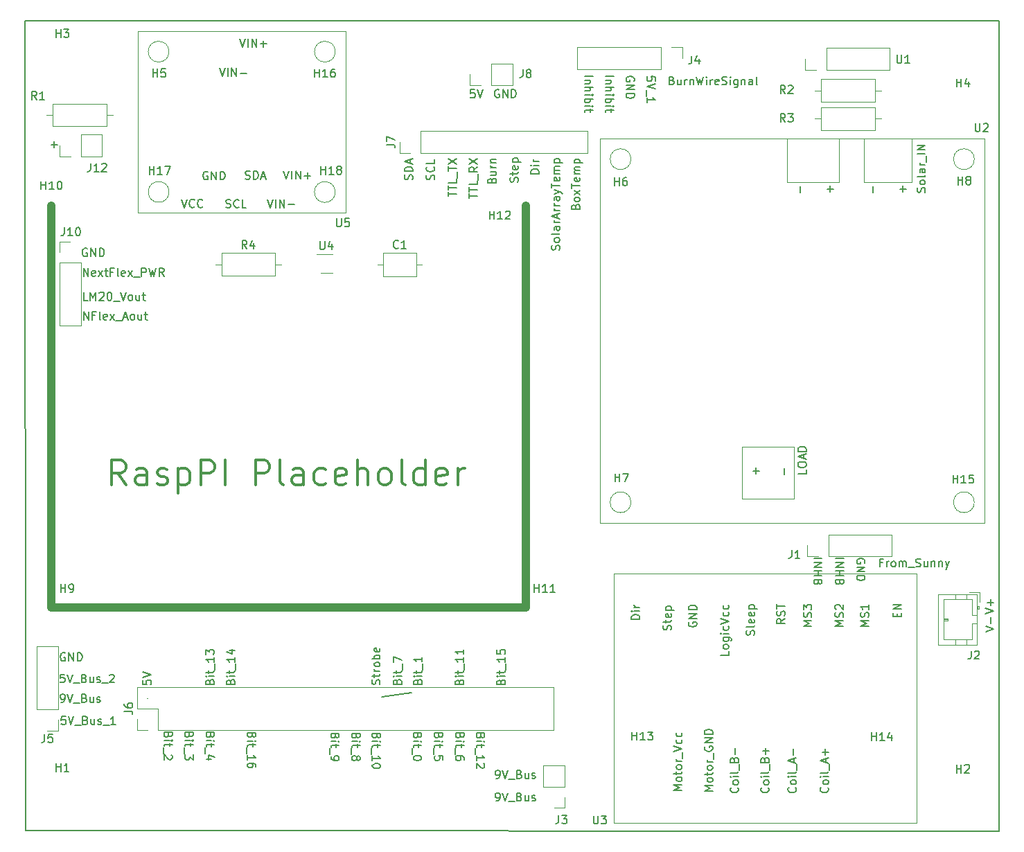
<source format=gbr>
G04 #@! TF.GenerationSoftware,KiCad,Pcbnew,(5.1.5)-3*
G04 #@! TF.CreationDate,2020-04-13T17:47:30-04:00*
G04 #@! TF.ProjectId,Deck_Plate_Daughter,4465636b-5f50-46c6-9174-655f44617567,rev?*
G04 #@! TF.SameCoordinates,Original*
G04 #@! TF.FileFunction,Legend,Top*
G04 #@! TF.FilePolarity,Positive*
%FSLAX46Y46*%
G04 Gerber Fmt 4.6, Leading zero omitted, Abs format (unit mm)*
G04 Created by KiCad (PCBNEW (5.1.5)-3) date 2020-04-13 17:47:30*
%MOMM*%
%LPD*%
G04 APERTURE LIST*
%ADD10C,0.150000*%
%ADD11C,0.300000*%
%ADD12C,1.000000*%
%ADD13C,0.120000*%
G04 APERTURE END LIST*
D10*
X139578571Y-126815714D02*
X139626190Y-126672857D01*
X139673809Y-126625238D01*
X139769047Y-126577619D01*
X139911904Y-126577619D01*
X140007142Y-126625238D01*
X140054761Y-126672857D01*
X140102380Y-126768095D01*
X140102380Y-127149047D01*
X139102380Y-127149047D01*
X139102380Y-126815714D01*
X139150000Y-126720476D01*
X139197619Y-126672857D01*
X139292857Y-126625238D01*
X139388095Y-126625238D01*
X139483333Y-126672857D01*
X139530952Y-126720476D01*
X139578571Y-126815714D01*
X139578571Y-127149047D01*
X140102380Y-126149047D02*
X139435714Y-126149047D01*
X139102380Y-126149047D02*
X139150000Y-126196666D01*
X139197619Y-126149047D01*
X139150000Y-126101428D01*
X139102380Y-126149047D01*
X139197619Y-126149047D01*
X139435714Y-125815714D02*
X139435714Y-125434761D01*
X139102380Y-125672857D02*
X139959523Y-125672857D01*
X140054761Y-125625238D01*
X140102380Y-125530000D01*
X140102380Y-125434761D01*
X140197619Y-125339523D02*
X140197619Y-124577619D01*
X140102380Y-123815714D02*
X140102380Y-124387142D01*
X140102380Y-124101428D02*
X139102380Y-124101428D01*
X139245238Y-124196666D01*
X139340476Y-124291904D01*
X139388095Y-124387142D01*
X139102380Y-122910952D02*
X139102380Y-123387142D01*
X139578571Y-123434761D01*
X139530952Y-123387142D01*
X139483333Y-123291904D01*
X139483333Y-123053809D01*
X139530952Y-122958571D01*
X139578571Y-122910952D01*
X139673809Y-122863333D01*
X139911904Y-122863333D01*
X140007142Y-122910952D01*
X140054761Y-122958571D01*
X140102380Y-123053809D01*
X140102380Y-123291904D01*
X140054761Y-123387142D01*
X140007142Y-123434761D01*
X134498571Y-126815714D02*
X134546190Y-126672857D01*
X134593809Y-126625238D01*
X134689047Y-126577619D01*
X134831904Y-126577619D01*
X134927142Y-126625238D01*
X134974761Y-126672857D01*
X135022380Y-126768095D01*
X135022380Y-127149047D01*
X134022380Y-127149047D01*
X134022380Y-126815714D01*
X134070000Y-126720476D01*
X134117619Y-126672857D01*
X134212857Y-126625238D01*
X134308095Y-126625238D01*
X134403333Y-126672857D01*
X134450952Y-126720476D01*
X134498571Y-126815714D01*
X134498571Y-127149047D01*
X135022380Y-126149047D02*
X134355714Y-126149047D01*
X134022380Y-126149047D02*
X134070000Y-126196666D01*
X134117619Y-126149047D01*
X134070000Y-126101428D01*
X134022380Y-126149047D01*
X134117619Y-126149047D01*
X134355714Y-125815714D02*
X134355714Y-125434761D01*
X134022380Y-125672857D02*
X134879523Y-125672857D01*
X134974761Y-125625238D01*
X135022380Y-125530000D01*
X135022380Y-125434761D01*
X135117619Y-125339523D02*
X135117619Y-124577619D01*
X135022380Y-123815714D02*
X135022380Y-124387142D01*
X135022380Y-124101428D02*
X134022380Y-124101428D01*
X134165238Y-124196666D01*
X134260476Y-124291904D01*
X134308095Y-124387142D01*
X135022380Y-122863333D02*
X135022380Y-123434761D01*
X135022380Y-123149047D02*
X134022380Y-123149047D01*
X134165238Y-123244285D01*
X134260476Y-123339523D01*
X134308095Y-123434761D01*
X137101428Y-133424285D02*
X137053809Y-133567142D01*
X137006190Y-133614761D01*
X136910952Y-133662380D01*
X136768095Y-133662380D01*
X136672857Y-133614761D01*
X136625238Y-133567142D01*
X136577619Y-133471904D01*
X136577619Y-133090952D01*
X137577619Y-133090952D01*
X137577619Y-133424285D01*
X137530000Y-133519523D01*
X137482380Y-133567142D01*
X137387142Y-133614761D01*
X137291904Y-133614761D01*
X137196666Y-133567142D01*
X137149047Y-133519523D01*
X137101428Y-133424285D01*
X137101428Y-133090952D01*
X136577619Y-134090952D02*
X137244285Y-134090952D01*
X137577619Y-134090952D02*
X137530000Y-134043333D01*
X137482380Y-134090952D01*
X137530000Y-134138571D01*
X137577619Y-134090952D01*
X137482380Y-134090952D01*
X137244285Y-134424285D02*
X137244285Y-134805238D01*
X137577619Y-134567142D02*
X136720476Y-134567142D01*
X136625238Y-134614761D01*
X136577619Y-134710000D01*
X136577619Y-134805238D01*
X136482380Y-134900476D02*
X136482380Y-135662380D01*
X136577619Y-136424285D02*
X136577619Y-135852857D01*
X136577619Y-136138571D02*
X137577619Y-136138571D01*
X137434761Y-136043333D01*
X137339523Y-135948095D01*
X137291904Y-135852857D01*
X137482380Y-136805238D02*
X137530000Y-136852857D01*
X137577619Y-136948095D01*
X137577619Y-137186190D01*
X137530000Y-137281428D01*
X137482380Y-137329047D01*
X137387142Y-137376666D01*
X137291904Y-137376666D01*
X137149047Y-137329047D01*
X136577619Y-136757619D01*
X136577619Y-137376666D01*
X124391428Y-133434285D02*
X124343809Y-133577142D01*
X124296190Y-133624761D01*
X124200952Y-133672380D01*
X124058095Y-133672380D01*
X123962857Y-133624761D01*
X123915238Y-133577142D01*
X123867619Y-133481904D01*
X123867619Y-133100952D01*
X124867619Y-133100952D01*
X124867619Y-133434285D01*
X124820000Y-133529523D01*
X124772380Y-133577142D01*
X124677142Y-133624761D01*
X124581904Y-133624761D01*
X124486666Y-133577142D01*
X124439047Y-133529523D01*
X124391428Y-133434285D01*
X124391428Y-133100952D01*
X123867619Y-134100952D02*
X124534285Y-134100952D01*
X124867619Y-134100952D02*
X124820000Y-134053333D01*
X124772380Y-134100952D01*
X124820000Y-134148571D01*
X124867619Y-134100952D01*
X124772380Y-134100952D01*
X124534285Y-134434285D02*
X124534285Y-134815238D01*
X124867619Y-134577142D02*
X124010476Y-134577142D01*
X123915238Y-134624761D01*
X123867619Y-134720000D01*
X123867619Y-134815238D01*
X123772380Y-134910476D02*
X123772380Y-135672380D01*
X123867619Y-136434285D02*
X123867619Y-135862857D01*
X123867619Y-136148571D02*
X124867619Y-136148571D01*
X124724761Y-136053333D01*
X124629523Y-135958095D01*
X124581904Y-135862857D01*
X124867619Y-137053333D02*
X124867619Y-137148571D01*
X124820000Y-137243809D01*
X124772380Y-137291428D01*
X124677142Y-137339047D01*
X124486666Y-137386666D01*
X124248571Y-137386666D01*
X124058095Y-137339047D01*
X123962857Y-137291428D01*
X123915238Y-137243809D01*
X123867619Y-137148571D01*
X123867619Y-137053333D01*
X123915238Y-136958095D01*
X123962857Y-136910476D01*
X124058095Y-136862857D01*
X124248571Y-136815238D01*
X124486666Y-136815238D01*
X124677142Y-136862857D01*
X124772380Y-136910476D01*
X124820000Y-136958095D01*
X124867619Y-137053333D01*
X121891428Y-133440476D02*
X121843809Y-133583333D01*
X121796190Y-133630952D01*
X121700952Y-133678571D01*
X121558095Y-133678571D01*
X121462857Y-133630952D01*
X121415238Y-133583333D01*
X121367619Y-133488095D01*
X121367619Y-133107142D01*
X122367619Y-133107142D01*
X122367619Y-133440476D01*
X122320000Y-133535714D01*
X122272380Y-133583333D01*
X122177142Y-133630952D01*
X122081904Y-133630952D01*
X121986666Y-133583333D01*
X121939047Y-133535714D01*
X121891428Y-133440476D01*
X121891428Y-133107142D01*
X121367619Y-134107142D02*
X122034285Y-134107142D01*
X122367619Y-134107142D02*
X122320000Y-134059523D01*
X122272380Y-134107142D01*
X122320000Y-134154761D01*
X122367619Y-134107142D01*
X122272380Y-134107142D01*
X122034285Y-134440476D02*
X122034285Y-134821428D01*
X122367619Y-134583333D02*
X121510476Y-134583333D01*
X121415238Y-134630952D01*
X121367619Y-134726190D01*
X121367619Y-134821428D01*
X121272380Y-134916666D02*
X121272380Y-135678571D01*
X121939047Y-136059523D02*
X121986666Y-135964285D01*
X122034285Y-135916666D01*
X122129523Y-135869047D01*
X122177142Y-135869047D01*
X122272380Y-135916666D01*
X122320000Y-135964285D01*
X122367619Y-136059523D01*
X122367619Y-136250000D01*
X122320000Y-136345238D01*
X122272380Y-136392857D01*
X122177142Y-136440476D01*
X122129523Y-136440476D01*
X122034285Y-136392857D01*
X121986666Y-136345238D01*
X121939047Y-136250000D01*
X121939047Y-136059523D01*
X121891428Y-135964285D01*
X121843809Y-135916666D01*
X121748571Y-135869047D01*
X121558095Y-135869047D01*
X121462857Y-135916666D01*
X121415238Y-135964285D01*
X121367619Y-136059523D01*
X121367619Y-136250000D01*
X121415238Y-136345238D01*
X121462857Y-136392857D01*
X121558095Y-136440476D01*
X121748571Y-136440476D01*
X121843809Y-136392857D01*
X121891428Y-136345238D01*
X121939047Y-136250000D01*
X119321428Y-133440476D02*
X119273809Y-133583333D01*
X119226190Y-133630952D01*
X119130952Y-133678571D01*
X118988095Y-133678571D01*
X118892857Y-133630952D01*
X118845238Y-133583333D01*
X118797619Y-133488095D01*
X118797619Y-133107142D01*
X119797619Y-133107142D01*
X119797619Y-133440476D01*
X119750000Y-133535714D01*
X119702380Y-133583333D01*
X119607142Y-133630952D01*
X119511904Y-133630952D01*
X119416666Y-133583333D01*
X119369047Y-133535714D01*
X119321428Y-133440476D01*
X119321428Y-133107142D01*
X118797619Y-134107142D02*
X119464285Y-134107142D01*
X119797619Y-134107142D02*
X119750000Y-134059523D01*
X119702380Y-134107142D01*
X119750000Y-134154761D01*
X119797619Y-134107142D01*
X119702380Y-134107142D01*
X119464285Y-134440476D02*
X119464285Y-134821428D01*
X119797619Y-134583333D02*
X118940476Y-134583333D01*
X118845238Y-134630952D01*
X118797619Y-134726190D01*
X118797619Y-134821428D01*
X118702380Y-134916666D02*
X118702380Y-135678571D01*
X118797619Y-135964285D02*
X118797619Y-136154761D01*
X118845238Y-136250000D01*
X118892857Y-136297619D01*
X119035714Y-136392857D01*
X119226190Y-136440476D01*
X119607142Y-136440476D01*
X119702380Y-136392857D01*
X119750000Y-136345238D01*
X119797619Y-136250000D01*
X119797619Y-136059523D01*
X119750000Y-135964285D01*
X119702380Y-135916666D01*
X119607142Y-135869047D01*
X119369047Y-135869047D01*
X119273809Y-135916666D01*
X119226190Y-135964285D01*
X119178571Y-136059523D01*
X119178571Y-136250000D01*
X119226190Y-136345238D01*
X119273809Y-136392857D01*
X119369047Y-136440476D01*
X109151428Y-133364285D02*
X109103809Y-133507142D01*
X109056190Y-133554761D01*
X108960952Y-133602380D01*
X108818095Y-133602380D01*
X108722857Y-133554761D01*
X108675238Y-133507142D01*
X108627619Y-133411904D01*
X108627619Y-133030952D01*
X109627619Y-133030952D01*
X109627619Y-133364285D01*
X109580000Y-133459523D01*
X109532380Y-133507142D01*
X109437142Y-133554761D01*
X109341904Y-133554761D01*
X109246666Y-133507142D01*
X109199047Y-133459523D01*
X109151428Y-133364285D01*
X109151428Y-133030952D01*
X108627619Y-134030952D02*
X109294285Y-134030952D01*
X109627619Y-134030952D02*
X109580000Y-133983333D01*
X109532380Y-134030952D01*
X109580000Y-134078571D01*
X109627619Y-134030952D01*
X109532380Y-134030952D01*
X109294285Y-134364285D02*
X109294285Y-134745238D01*
X109627619Y-134507142D02*
X108770476Y-134507142D01*
X108675238Y-134554761D01*
X108627619Y-134650000D01*
X108627619Y-134745238D01*
X108532380Y-134840476D02*
X108532380Y-135602380D01*
X108627619Y-136364285D02*
X108627619Y-135792857D01*
X108627619Y-136078571D02*
X109627619Y-136078571D01*
X109484761Y-135983333D01*
X109389523Y-135888095D01*
X109341904Y-135792857D01*
X109627619Y-137221428D02*
X109627619Y-137030952D01*
X109580000Y-136935714D01*
X109532380Y-136888095D01*
X109389523Y-136792857D01*
X109199047Y-136745238D01*
X108818095Y-136745238D01*
X108722857Y-136792857D01*
X108675238Y-136840476D01*
X108627619Y-136935714D01*
X108627619Y-137126190D01*
X108675238Y-137221428D01*
X108722857Y-137269047D01*
X108818095Y-137316666D01*
X109056190Y-137316666D01*
X109151428Y-137269047D01*
X109199047Y-137221428D01*
X109246666Y-137126190D01*
X109246666Y-136935714D01*
X109199047Y-136840476D01*
X109151428Y-136792857D01*
X109056190Y-136745238D01*
X95832380Y-126630476D02*
X95832380Y-127106666D01*
X96308571Y-127154285D01*
X96260952Y-127106666D01*
X96213333Y-127011428D01*
X96213333Y-126773333D01*
X96260952Y-126678095D01*
X96308571Y-126630476D01*
X96403809Y-126582857D01*
X96641904Y-126582857D01*
X96737142Y-126630476D01*
X96784761Y-126678095D01*
X96832380Y-126773333D01*
X96832380Y-127011428D01*
X96784761Y-127106666D01*
X96737142Y-127154285D01*
X95832380Y-126297142D02*
X96832380Y-125963809D01*
X95832380Y-125630476D01*
X106538571Y-126805714D02*
X106586190Y-126662857D01*
X106633809Y-126615238D01*
X106729047Y-126567619D01*
X106871904Y-126567619D01*
X106967142Y-126615238D01*
X107014761Y-126662857D01*
X107062380Y-126758095D01*
X107062380Y-127139047D01*
X106062380Y-127139047D01*
X106062380Y-126805714D01*
X106110000Y-126710476D01*
X106157619Y-126662857D01*
X106252857Y-126615238D01*
X106348095Y-126615238D01*
X106443333Y-126662857D01*
X106490952Y-126710476D01*
X106538571Y-126805714D01*
X106538571Y-127139047D01*
X107062380Y-126139047D02*
X106395714Y-126139047D01*
X106062380Y-126139047D02*
X106110000Y-126186666D01*
X106157619Y-126139047D01*
X106110000Y-126091428D01*
X106062380Y-126139047D01*
X106157619Y-126139047D01*
X106395714Y-125805714D02*
X106395714Y-125424761D01*
X106062380Y-125662857D02*
X106919523Y-125662857D01*
X107014761Y-125615238D01*
X107062380Y-125520000D01*
X107062380Y-125424761D01*
X107157619Y-125329523D02*
X107157619Y-124567619D01*
X107062380Y-123805714D02*
X107062380Y-124377142D01*
X107062380Y-124091428D02*
X106062380Y-124091428D01*
X106205238Y-124186666D01*
X106300476Y-124281904D01*
X106348095Y-124377142D01*
X106395714Y-122948571D02*
X107062380Y-122948571D01*
X106014761Y-123186666D02*
X106729047Y-123424761D01*
X106729047Y-122805714D01*
X84609047Y-61171428D02*
X85370952Y-61171428D01*
X84990000Y-61552380D02*
X84990000Y-60790476D01*
X81480000Y-145020000D02*
X200460000Y-145060000D01*
X81420000Y-45980000D02*
X81480000Y-145020000D01*
X200460000Y-46020000D02*
X81420000Y-45980000D01*
X200460000Y-145060000D02*
X200460000Y-46020000D01*
X144216380Y-64690523D02*
X143216380Y-64690523D01*
X143216380Y-64452428D01*
X143264000Y-64309571D01*
X143359238Y-64214333D01*
X143454476Y-64166714D01*
X143644952Y-64119095D01*
X143787809Y-64119095D01*
X143978285Y-64166714D01*
X144073523Y-64214333D01*
X144168761Y-64309571D01*
X144216380Y-64452428D01*
X144216380Y-64690523D01*
X144216380Y-63690523D02*
X143549714Y-63690523D01*
X143216380Y-63690523D02*
X143264000Y-63738142D01*
X143311619Y-63690523D01*
X143264000Y-63642904D01*
X143216380Y-63690523D01*
X143311619Y-63690523D01*
X144216380Y-63214333D02*
X143549714Y-63214333D01*
X143740190Y-63214333D02*
X143644952Y-63166714D01*
X143597333Y-63119095D01*
X143549714Y-63023857D01*
X143549714Y-62928619D01*
X88610476Y-82562380D02*
X88610476Y-81562380D01*
X89181904Y-82562380D01*
X89181904Y-81562380D01*
X89991428Y-82038571D02*
X89658095Y-82038571D01*
X89658095Y-82562380D02*
X89658095Y-81562380D01*
X90134285Y-81562380D01*
X90658095Y-82562380D02*
X90562857Y-82514761D01*
X90515238Y-82419523D01*
X90515238Y-81562380D01*
X91420000Y-82514761D02*
X91324761Y-82562380D01*
X91134285Y-82562380D01*
X91039047Y-82514761D01*
X90991428Y-82419523D01*
X90991428Y-82038571D01*
X91039047Y-81943333D01*
X91134285Y-81895714D01*
X91324761Y-81895714D01*
X91420000Y-81943333D01*
X91467619Y-82038571D01*
X91467619Y-82133809D01*
X90991428Y-82229047D01*
X91800952Y-82562380D02*
X92324761Y-81895714D01*
X91800952Y-81895714D02*
X92324761Y-82562380D01*
X92467619Y-82657619D02*
X93229523Y-82657619D01*
X93420000Y-82276666D02*
X93896190Y-82276666D01*
X93324761Y-82562380D02*
X93658095Y-81562380D01*
X93991428Y-82562380D01*
X94467619Y-82562380D02*
X94372380Y-82514761D01*
X94324761Y-82467142D01*
X94277142Y-82371904D01*
X94277142Y-82086190D01*
X94324761Y-81990952D01*
X94372380Y-81943333D01*
X94467619Y-81895714D01*
X94610476Y-81895714D01*
X94705714Y-81943333D01*
X94753333Y-81990952D01*
X94800952Y-82086190D01*
X94800952Y-82371904D01*
X94753333Y-82467142D01*
X94705714Y-82514761D01*
X94610476Y-82562380D01*
X94467619Y-82562380D01*
X95658095Y-81895714D02*
X95658095Y-82562380D01*
X95229523Y-81895714D02*
X95229523Y-82419523D01*
X95277142Y-82514761D01*
X95372380Y-82562380D01*
X95515238Y-82562380D01*
X95610476Y-82514761D01*
X95658095Y-82467142D01*
X95991428Y-81895714D02*
X96372380Y-81895714D01*
X96134285Y-81562380D02*
X96134285Y-82419523D01*
X96181904Y-82514761D01*
X96277142Y-82562380D01*
X96372380Y-82562380D01*
X89075714Y-80192380D02*
X88599523Y-80192380D01*
X88599523Y-79192380D01*
X89409047Y-80192380D02*
X89409047Y-79192380D01*
X89742380Y-79906666D01*
X90075714Y-79192380D01*
X90075714Y-80192380D01*
X90504285Y-79287619D02*
X90551904Y-79240000D01*
X90647142Y-79192380D01*
X90885238Y-79192380D01*
X90980476Y-79240000D01*
X91028095Y-79287619D01*
X91075714Y-79382857D01*
X91075714Y-79478095D01*
X91028095Y-79620952D01*
X90456666Y-80192380D01*
X91075714Y-80192380D01*
X91694761Y-79192380D02*
X91790000Y-79192380D01*
X91885238Y-79240000D01*
X91932857Y-79287619D01*
X91980476Y-79382857D01*
X92028095Y-79573333D01*
X92028095Y-79811428D01*
X91980476Y-80001904D01*
X91932857Y-80097142D01*
X91885238Y-80144761D01*
X91790000Y-80192380D01*
X91694761Y-80192380D01*
X91599523Y-80144761D01*
X91551904Y-80097142D01*
X91504285Y-80001904D01*
X91456666Y-79811428D01*
X91456666Y-79573333D01*
X91504285Y-79382857D01*
X91551904Y-79287619D01*
X91599523Y-79240000D01*
X91694761Y-79192380D01*
X92218571Y-80287619D02*
X92980476Y-80287619D01*
X93075714Y-79192380D02*
X93409047Y-80192380D01*
X93742380Y-79192380D01*
X94218571Y-80192380D02*
X94123333Y-80144761D01*
X94075714Y-80097142D01*
X94028095Y-80001904D01*
X94028095Y-79716190D01*
X94075714Y-79620952D01*
X94123333Y-79573333D01*
X94218571Y-79525714D01*
X94361428Y-79525714D01*
X94456666Y-79573333D01*
X94504285Y-79620952D01*
X94551904Y-79716190D01*
X94551904Y-80001904D01*
X94504285Y-80097142D01*
X94456666Y-80144761D01*
X94361428Y-80192380D01*
X94218571Y-80192380D01*
X95409047Y-79525714D02*
X95409047Y-80192380D01*
X94980476Y-79525714D02*
X94980476Y-80049523D01*
X95028095Y-80144761D01*
X95123333Y-80192380D01*
X95266190Y-80192380D01*
X95361428Y-80144761D01*
X95409047Y-80097142D01*
X95742380Y-79525714D02*
X96123333Y-79525714D01*
X95885238Y-79192380D02*
X95885238Y-80049523D01*
X95932857Y-80144761D01*
X96028095Y-80192380D01*
X96123333Y-80192380D01*
X88579047Y-77242380D02*
X88579047Y-76242380D01*
X89150476Y-77242380D01*
X89150476Y-76242380D01*
X90007619Y-77194761D02*
X89912380Y-77242380D01*
X89721904Y-77242380D01*
X89626666Y-77194761D01*
X89579047Y-77099523D01*
X89579047Y-76718571D01*
X89626666Y-76623333D01*
X89721904Y-76575714D01*
X89912380Y-76575714D01*
X90007619Y-76623333D01*
X90055238Y-76718571D01*
X90055238Y-76813809D01*
X89579047Y-76909047D01*
X90388571Y-77242380D02*
X90912380Y-76575714D01*
X90388571Y-76575714D02*
X90912380Y-77242380D01*
X91150476Y-76575714D02*
X91531428Y-76575714D01*
X91293333Y-76242380D02*
X91293333Y-77099523D01*
X91340952Y-77194761D01*
X91436190Y-77242380D01*
X91531428Y-77242380D01*
X92198095Y-76718571D02*
X91864761Y-76718571D01*
X91864761Y-77242380D02*
X91864761Y-76242380D01*
X92340952Y-76242380D01*
X92864761Y-77242380D02*
X92769523Y-77194761D01*
X92721904Y-77099523D01*
X92721904Y-76242380D01*
X93626666Y-77194761D02*
X93531428Y-77242380D01*
X93340952Y-77242380D01*
X93245714Y-77194761D01*
X93198095Y-77099523D01*
X93198095Y-76718571D01*
X93245714Y-76623333D01*
X93340952Y-76575714D01*
X93531428Y-76575714D01*
X93626666Y-76623333D01*
X93674285Y-76718571D01*
X93674285Y-76813809D01*
X93198095Y-76909047D01*
X94007619Y-77242380D02*
X94531428Y-76575714D01*
X94007619Y-76575714D02*
X94531428Y-77242380D01*
X94674285Y-77337619D02*
X95436190Y-77337619D01*
X95674285Y-77242380D02*
X95674285Y-76242380D01*
X96055238Y-76242380D01*
X96150476Y-76290000D01*
X96198095Y-76337619D01*
X96245714Y-76432857D01*
X96245714Y-76575714D01*
X96198095Y-76670952D01*
X96150476Y-76718571D01*
X96055238Y-76766190D01*
X95674285Y-76766190D01*
X96579047Y-76242380D02*
X96817142Y-77242380D01*
X97007619Y-76528095D01*
X97198095Y-77242380D01*
X97436190Y-76242380D01*
X98388571Y-77242380D02*
X98055238Y-76766190D01*
X97817142Y-77242380D02*
X97817142Y-76242380D01*
X98198095Y-76242380D01*
X98293333Y-76290000D01*
X98340952Y-76337619D01*
X98388571Y-76432857D01*
X98388571Y-76575714D01*
X98340952Y-76670952D01*
X98293333Y-76718571D01*
X98198095Y-76766190D01*
X97817142Y-76766190D01*
X88998095Y-73870000D02*
X88902857Y-73822380D01*
X88760000Y-73822380D01*
X88617142Y-73870000D01*
X88521904Y-73965238D01*
X88474285Y-74060476D01*
X88426666Y-74250952D01*
X88426666Y-74393809D01*
X88474285Y-74584285D01*
X88521904Y-74679523D01*
X88617142Y-74774761D01*
X88760000Y-74822380D01*
X88855238Y-74822380D01*
X88998095Y-74774761D01*
X89045714Y-74727142D01*
X89045714Y-74393809D01*
X88855238Y-74393809D01*
X89474285Y-74822380D02*
X89474285Y-73822380D01*
X90045714Y-74822380D01*
X90045714Y-73822380D01*
X90521904Y-74822380D02*
X90521904Y-73822380D01*
X90760000Y-73822380D01*
X90902857Y-73870000D01*
X90998095Y-73965238D01*
X91045714Y-74060476D01*
X91093333Y-74250952D01*
X91093333Y-74393809D01*
X91045714Y-74584285D01*
X90998095Y-74679523D01*
X90902857Y-74774761D01*
X90760000Y-74822380D01*
X90521904Y-74822380D01*
X198812380Y-120672380D02*
X199812380Y-120339047D01*
X198812380Y-120005714D01*
X199431428Y-119672380D02*
X199431428Y-118910476D01*
X198792380Y-118482380D02*
X199792380Y-118149047D01*
X198792380Y-117815714D01*
X199411428Y-117482380D02*
X199411428Y-116720476D01*
X199792380Y-117101428D02*
X199030476Y-117101428D01*
X136369523Y-54432380D02*
X135893333Y-54432380D01*
X135845714Y-54908571D01*
X135893333Y-54860952D01*
X135988571Y-54813333D01*
X136226666Y-54813333D01*
X136321904Y-54860952D01*
X136369523Y-54908571D01*
X136417142Y-55003809D01*
X136417142Y-55241904D01*
X136369523Y-55337142D01*
X136321904Y-55384761D01*
X136226666Y-55432380D01*
X135988571Y-55432380D01*
X135893333Y-55384761D01*
X135845714Y-55337142D01*
X136702857Y-54432380D02*
X137036190Y-55432380D01*
X137369523Y-54432380D01*
X139348095Y-54460000D02*
X139252857Y-54412380D01*
X139110000Y-54412380D01*
X138967142Y-54460000D01*
X138871904Y-54555238D01*
X138824285Y-54650476D01*
X138776666Y-54840952D01*
X138776666Y-54983809D01*
X138824285Y-55174285D01*
X138871904Y-55269523D01*
X138967142Y-55364761D01*
X139110000Y-55412380D01*
X139205238Y-55412380D01*
X139348095Y-55364761D01*
X139395714Y-55317142D01*
X139395714Y-54983809D01*
X139205238Y-54983809D01*
X139824285Y-55412380D02*
X139824285Y-54412380D01*
X140395714Y-55412380D01*
X140395714Y-54412380D01*
X140871904Y-55412380D02*
X140871904Y-54412380D01*
X141110000Y-54412380D01*
X141252857Y-54460000D01*
X141348095Y-54555238D01*
X141395714Y-54650476D01*
X141443333Y-54840952D01*
X141443333Y-54983809D01*
X141395714Y-55174285D01*
X141348095Y-55269523D01*
X141252857Y-55364761D01*
X141110000Y-55412380D01*
X140871904Y-55412380D01*
X160470190Y-53314571D02*
X160613047Y-53362190D01*
X160660666Y-53409809D01*
X160708285Y-53505047D01*
X160708285Y-53647904D01*
X160660666Y-53743142D01*
X160613047Y-53790761D01*
X160517809Y-53838380D01*
X160136857Y-53838380D01*
X160136857Y-52838380D01*
X160470190Y-52838380D01*
X160565428Y-52886000D01*
X160613047Y-52933619D01*
X160660666Y-53028857D01*
X160660666Y-53124095D01*
X160613047Y-53219333D01*
X160565428Y-53266952D01*
X160470190Y-53314571D01*
X160136857Y-53314571D01*
X161565428Y-53171714D02*
X161565428Y-53838380D01*
X161136857Y-53171714D02*
X161136857Y-53695523D01*
X161184476Y-53790761D01*
X161279714Y-53838380D01*
X161422571Y-53838380D01*
X161517809Y-53790761D01*
X161565428Y-53743142D01*
X162041619Y-53838380D02*
X162041619Y-53171714D01*
X162041619Y-53362190D02*
X162089238Y-53266952D01*
X162136857Y-53219333D01*
X162232095Y-53171714D01*
X162327333Y-53171714D01*
X162660666Y-53171714D02*
X162660666Y-53838380D01*
X162660666Y-53266952D02*
X162708285Y-53219333D01*
X162803523Y-53171714D01*
X162946380Y-53171714D01*
X163041619Y-53219333D01*
X163089238Y-53314571D01*
X163089238Y-53838380D01*
X163470190Y-52838380D02*
X163708285Y-53838380D01*
X163898761Y-53124095D01*
X164089238Y-53838380D01*
X164327333Y-52838380D01*
X164708285Y-53838380D02*
X164708285Y-53171714D01*
X164708285Y-52838380D02*
X164660666Y-52886000D01*
X164708285Y-52933619D01*
X164755904Y-52886000D01*
X164708285Y-52838380D01*
X164708285Y-52933619D01*
X165184476Y-53838380D02*
X165184476Y-53171714D01*
X165184476Y-53362190D02*
X165232095Y-53266952D01*
X165279714Y-53219333D01*
X165374952Y-53171714D01*
X165470190Y-53171714D01*
X166184476Y-53790761D02*
X166089238Y-53838380D01*
X165898761Y-53838380D01*
X165803523Y-53790761D01*
X165755904Y-53695523D01*
X165755904Y-53314571D01*
X165803523Y-53219333D01*
X165898761Y-53171714D01*
X166089238Y-53171714D01*
X166184476Y-53219333D01*
X166232095Y-53314571D01*
X166232095Y-53409809D01*
X165755904Y-53505047D01*
X166613047Y-53790761D02*
X166755904Y-53838380D01*
X166994000Y-53838380D01*
X167089238Y-53790761D01*
X167136857Y-53743142D01*
X167184476Y-53647904D01*
X167184476Y-53552666D01*
X167136857Y-53457428D01*
X167089238Y-53409809D01*
X166994000Y-53362190D01*
X166803523Y-53314571D01*
X166708285Y-53266952D01*
X166660666Y-53219333D01*
X166613047Y-53124095D01*
X166613047Y-53028857D01*
X166660666Y-52933619D01*
X166708285Y-52886000D01*
X166803523Y-52838380D01*
X167041619Y-52838380D01*
X167184476Y-52886000D01*
X167613047Y-53838380D02*
X167613047Y-53171714D01*
X167613047Y-52838380D02*
X167565428Y-52886000D01*
X167613047Y-52933619D01*
X167660666Y-52886000D01*
X167613047Y-52838380D01*
X167613047Y-52933619D01*
X168517809Y-53171714D02*
X168517809Y-53981238D01*
X168470190Y-54076476D01*
X168422571Y-54124095D01*
X168327333Y-54171714D01*
X168184476Y-54171714D01*
X168089238Y-54124095D01*
X168517809Y-53790761D02*
X168422571Y-53838380D01*
X168232095Y-53838380D01*
X168136857Y-53790761D01*
X168089238Y-53743142D01*
X168041619Y-53647904D01*
X168041619Y-53362190D01*
X168089238Y-53266952D01*
X168136857Y-53219333D01*
X168232095Y-53171714D01*
X168422571Y-53171714D01*
X168517809Y-53219333D01*
X168994000Y-53171714D02*
X168994000Y-53838380D01*
X168994000Y-53266952D02*
X169041619Y-53219333D01*
X169136857Y-53171714D01*
X169279714Y-53171714D01*
X169374952Y-53219333D01*
X169422571Y-53314571D01*
X169422571Y-53838380D01*
X170327333Y-53838380D02*
X170327333Y-53314571D01*
X170279714Y-53219333D01*
X170184476Y-53171714D01*
X169994000Y-53171714D01*
X169898761Y-53219333D01*
X170327333Y-53790761D02*
X170232095Y-53838380D01*
X169994000Y-53838380D01*
X169898761Y-53790761D01*
X169851142Y-53695523D01*
X169851142Y-53600285D01*
X169898761Y-53505047D01*
X169994000Y-53457428D01*
X170232095Y-53457428D01*
X170327333Y-53409809D01*
X170946380Y-53838380D02*
X170851142Y-53790761D01*
X170803523Y-53695523D01*
X170803523Y-52838380D01*
X158421619Y-53354380D02*
X158421619Y-52878190D01*
X157945428Y-52830571D01*
X157993047Y-52878190D01*
X158040666Y-52973428D01*
X158040666Y-53211523D01*
X157993047Y-53306761D01*
X157945428Y-53354380D01*
X157850190Y-53402000D01*
X157612095Y-53402000D01*
X157516857Y-53354380D01*
X157469238Y-53306761D01*
X157421619Y-53211523D01*
X157421619Y-52973428D01*
X157469238Y-52878190D01*
X157516857Y-52830571D01*
X158421619Y-53687714D02*
X157421619Y-54021047D01*
X158421619Y-54354380D01*
X157326380Y-54449619D02*
X157326380Y-55211523D01*
X157421619Y-55973428D02*
X157421619Y-55402000D01*
X157421619Y-55687714D02*
X158421619Y-55687714D01*
X158278761Y-55592476D01*
X158183523Y-55497238D01*
X158135904Y-55402000D01*
X155834000Y-53386095D02*
X155881619Y-53290857D01*
X155881619Y-53148000D01*
X155834000Y-53005142D01*
X155738761Y-52909904D01*
X155643523Y-52862285D01*
X155453047Y-52814666D01*
X155310190Y-52814666D01*
X155119714Y-52862285D01*
X155024476Y-52909904D01*
X154929238Y-53005142D01*
X154881619Y-53148000D01*
X154881619Y-53243238D01*
X154929238Y-53386095D01*
X154976857Y-53433714D01*
X155310190Y-53433714D01*
X155310190Y-53243238D01*
X154881619Y-53862285D02*
X155881619Y-53862285D01*
X154881619Y-54433714D01*
X155881619Y-54433714D01*
X154881619Y-54909904D02*
X155881619Y-54909904D01*
X155881619Y-55148000D01*
X155834000Y-55290857D01*
X155738761Y-55386095D01*
X155643523Y-55433714D01*
X155453047Y-55481333D01*
X155310190Y-55481333D01*
X155119714Y-55433714D01*
X155024476Y-55386095D01*
X154929238Y-55290857D01*
X154881619Y-55148000D01*
X154881619Y-54909904D01*
X86308095Y-123320000D02*
X86212857Y-123272380D01*
X86070000Y-123272380D01*
X85927142Y-123320000D01*
X85831904Y-123415238D01*
X85784285Y-123510476D01*
X85736666Y-123700952D01*
X85736666Y-123843809D01*
X85784285Y-124034285D01*
X85831904Y-124129523D01*
X85927142Y-124224761D01*
X86070000Y-124272380D01*
X86165238Y-124272380D01*
X86308095Y-124224761D01*
X86355714Y-124177142D01*
X86355714Y-123843809D01*
X86165238Y-123843809D01*
X86784285Y-124272380D02*
X86784285Y-123272380D01*
X87355714Y-124272380D01*
X87355714Y-123272380D01*
X87831904Y-124272380D02*
X87831904Y-123272380D01*
X88070000Y-123272380D01*
X88212857Y-123320000D01*
X88308095Y-123415238D01*
X88355714Y-123510476D01*
X88403333Y-123700952D01*
X88403333Y-123843809D01*
X88355714Y-124034285D01*
X88308095Y-124129523D01*
X88212857Y-124224761D01*
X88070000Y-124272380D01*
X87831904Y-124272380D01*
X180477619Y-111742380D02*
X181477619Y-111742380D01*
X180477619Y-112218571D02*
X181477619Y-112218571D01*
X180477619Y-112790000D01*
X181477619Y-112790000D01*
X180477619Y-113266190D02*
X181477619Y-113266190D01*
X181001428Y-113266190D02*
X181001428Y-113837619D01*
X180477619Y-113837619D02*
X181477619Y-113837619D01*
X181001428Y-114647142D02*
X180953809Y-114790000D01*
X180906190Y-114837619D01*
X180810952Y-114885238D01*
X180668095Y-114885238D01*
X180572857Y-114837619D01*
X180525238Y-114790000D01*
X180477619Y-114694761D01*
X180477619Y-114313809D01*
X181477619Y-114313809D01*
X181477619Y-114647142D01*
X181430000Y-114742380D01*
X181382380Y-114790000D01*
X181287142Y-114837619D01*
X181191904Y-114837619D01*
X181096666Y-114790000D01*
X181049047Y-114742380D01*
X181001428Y-114647142D01*
X181001428Y-114313809D01*
X177817619Y-111732380D02*
X178817619Y-111732380D01*
X177817619Y-112208571D02*
X178817619Y-112208571D01*
X177817619Y-112780000D01*
X178817619Y-112780000D01*
X177817619Y-113256190D02*
X178817619Y-113256190D01*
X178341428Y-113256190D02*
X178341428Y-113827619D01*
X177817619Y-113827619D02*
X178817619Y-113827619D01*
X178341428Y-114637142D02*
X178293809Y-114780000D01*
X178246190Y-114827619D01*
X178150952Y-114875238D01*
X178008095Y-114875238D01*
X177912857Y-114827619D01*
X177865238Y-114780000D01*
X177817619Y-114684761D01*
X177817619Y-114303809D01*
X178817619Y-114303809D01*
X178817619Y-114637142D01*
X178770000Y-114732380D01*
X178722380Y-114780000D01*
X178627142Y-114827619D01*
X178531904Y-114827619D01*
X178436666Y-114780000D01*
X178389047Y-114732380D01*
X178341428Y-114637142D01*
X178341428Y-114303809D01*
X184020000Y-112318095D02*
X184067619Y-112222857D01*
X184067619Y-112080000D01*
X184020000Y-111937142D01*
X183924761Y-111841904D01*
X183829523Y-111794285D01*
X183639047Y-111746666D01*
X183496190Y-111746666D01*
X183305714Y-111794285D01*
X183210476Y-111841904D01*
X183115238Y-111937142D01*
X183067619Y-112080000D01*
X183067619Y-112175238D01*
X183115238Y-112318095D01*
X183162857Y-112365714D01*
X183496190Y-112365714D01*
X183496190Y-112175238D01*
X183067619Y-112794285D02*
X184067619Y-112794285D01*
X183067619Y-113365714D01*
X184067619Y-113365714D01*
X183067619Y-113841904D02*
X184067619Y-113841904D01*
X184067619Y-114080000D01*
X184020000Y-114222857D01*
X183924761Y-114318095D01*
X183829523Y-114365714D01*
X183639047Y-114413333D01*
X183496190Y-114413333D01*
X183305714Y-114365714D01*
X183210476Y-114318095D01*
X183115238Y-114222857D01*
X183067619Y-114080000D01*
X183067619Y-113841904D01*
X148698571Y-68724285D02*
X148746190Y-68581428D01*
X148793809Y-68533809D01*
X148889047Y-68486190D01*
X149031904Y-68486190D01*
X149127142Y-68533809D01*
X149174761Y-68581428D01*
X149222380Y-68676666D01*
X149222380Y-69057619D01*
X148222380Y-69057619D01*
X148222380Y-68724285D01*
X148270000Y-68629047D01*
X148317619Y-68581428D01*
X148412857Y-68533809D01*
X148508095Y-68533809D01*
X148603333Y-68581428D01*
X148650952Y-68629047D01*
X148698571Y-68724285D01*
X148698571Y-69057619D01*
X149222380Y-67914761D02*
X149174761Y-68010000D01*
X149127142Y-68057619D01*
X149031904Y-68105238D01*
X148746190Y-68105238D01*
X148650952Y-68057619D01*
X148603333Y-68010000D01*
X148555714Y-67914761D01*
X148555714Y-67771904D01*
X148603333Y-67676666D01*
X148650952Y-67629047D01*
X148746190Y-67581428D01*
X149031904Y-67581428D01*
X149127142Y-67629047D01*
X149174761Y-67676666D01*
X149222380Y-67771904D01*
X149222380Y-67914761D01*
X149222380Y-67248095D02*
X148555714Y-66724285D01*
X148555714Y-67248095D02*
X149222380Y-66724285D01*
X148222380Y-66486190D02*
X148222380Y-65914761D01*
X149222380Y-66200476D02*
X148222380Y-66200476D01*
X149174761Y-65200476D02*
X149222380Y-65295714D01*
X149222380Y-65486190D01*
X149174761Y-65581428D01*
X149079523Y-65629047D01*
X148698571Y-65629047D01*
X148603333Y-65581428D01*
X148555714Y-65486190D01*
X148555714Y-65295714D01*
X148603333Y-65200476D01*
X148698571Y-65152857D01*
X148793809Y-65152857D01*
X148889047Y-65629047D01*
X149222380Y-64724285D02*
X148555714Y-64724285D01*
X148650952Y-64724285D02*
X148603333Y-64676666D01*
X148555714Y-64581428D01*
X148555714Y-64438571D01*
X148603333Y-64343333D01*
X148698571Y-64295714D01*
X149222380Y-64295714D01*
X148698571Y-64295714D02*
X148603333Y-64248095D01*
X148555714Y-64152857D01*
X148555714Y-64010000D01*
X148603333Y-63914761D01*
X148698571Y-63867142D01*
X149222380Y-63867142D01*
X148555714Y-63390952D02*
X149555714Y-63390952D01*
X148603333Y-63390952D02*
X148555714Y-63295714D01*
X148555714Y-63105238D01*
X148603333Y-63010000D01*
X148650952Y-62962380D01*
X148746190Y-62914761D01*
X149031904Y-62914761D01*
X149127142Y-62962380D01*
X149174761Y-63010000D01*
X149222380Y-63105238D01*
X149222380Y-63295714D01*
X149174761Y-63390952D01*
X146708761Y-74024428D02*
X146756380Y-73881571D01*
X146756380Y-73643476D01*
X146708761Y-73548238D01*
X146661142Y-73500619D01*
X146565904Y-73453000D01*
X146470666Y-73453000D01*
X146375428Y-73500619D01*
X146327809Y-73548238D01*
X146280190Y-73643476D01*
X146232571Y-73833952D01*
X146184952Y-73929190D01*
X146137333Y-73976809D01*
X146042095Y-74024428D01*
X145946857Y-74024428D01*
X145851619Y-73976809D01*
X145804000Y-73929190D01*
X145756380Y-73833952D01*
X145756380Y-73595857D01*
X145804000Y-73453000D01*
X146756380Y-72881571D02*
X146708761Y-72976809D01*
X146661142Y-73024428D01*
X146565904Y-73072047D01*
X146280190Y-73072047D01*
X146184952Y-73024428D01*
X146137333Y-72976809D01*
X146089714Y-72881571D01*
X146089714Y-72738714D01*
X146137333Y-72643476D01*
X146184952Y-72595857D01*
X146280190Y-72548238D01*
X146565904Y-72548238D01*
X146661142Y-72595857D01*
X146708761Y-72643476D01*
X146756380Y-72738714D01*
X146756380Y-72881571D01*
X146756380Y-71976809D02*
X146708761Y-72072047D01*
X146613523Y-72119666D01*
X145756380Y-72119666D01*
X146756380Y-71167285D02*
X146232571Y-71167285D01*
X146137333Y-71214904D01*
X146089714Y-71310142D01*
X146089714Y-71500619D01*
X146137333Y-71595857D01*
X146708761Y-71167285D02*
X146756380Y-71262523D01*
X146756380Y-71500619D01*
X146708761Y-71595857D01*
X146613523Y-71643476D01*
X146518285Y-71643476D01*
X146423047Y-71595857D01*
X146375428Y-71500619D01*
X146375428Y-71262523D01*
X146327809Y-71167285D01*
X146756380Y-70691095D02*
X146089714Y-70691095D01*
X146280190Y-70691095D02*
X146184952Y-70643476D01*
X146137333Y-70595857D01*
X146089714Y-70500619D01*
X146089714Y-70405380D01*
X146470666Y-70119666D02*
X146470666Y-69643476D01*
X146756380Y-70214904D02*
X145756380Y-69881571D01*
X146756380Y-69548238D01*
X146756380Y-69214904D02*
X146089714Y-69214904D01*
X146280190Y-69214904D02*
X146184952Y-69167285D01*
X146137333Y-69119666D01*
X146089714Y-69024428D01*
X146089714Y-68929190D01*
X146756380Y-68595857D02*
X146089714Y-68595857D01*
X146280190Y-68595857D02*
X146184952Y-68548238D01*
X146137333Y-68500619D01*
X146089714Y-68405380D01*
X146089714Y-68310142D01*
X146756380Y-67548238D02*
X146232571Y-67548238D01*
X146137333Y-67595857D01*
X146089714Y-67691095D01*
X146089714Y-67881571D01*
X146137333Y-67976809D01*
X146708761Y-67548238D02*
X146756380Y-67643476D01*
X146756380Y-67881571D01*
X146708761Y-67976809D01*
X146613523Y-68024428D01*
X146518285Y-68024428D01*
X146423047Y-67976809D01*
X146375428Y-67881571D01*
X146375428Y-67643476D01*
X146327809Y-67548238D01*
X146089714Y-67167285D02*
X146756380Y-66929190D01*
X146089714Y-66691095D02*
X146756380Y-66929190D01*
X146994476Y-67024428D01*
X147042095Y-67072047D01*
X147089714Y-67167285D01*
X145756380Y-66453000D02*
X145756380Y-65881571D01*
X146756380Y-66167285D02*
X145756380Y-66167285D01*
X146708761Y-65167285D02*
X146756380Y-65262523D01*
X146756380Y-65453000D01*
X146708761Y-65548238D01*
X146613523Y-65595857D01*
X146232571Y-65595857D01*
X146137333Y-65548238D01*
X146089714Y-65453000D01*
X146089714Y-65262523D01*
X146137333Y-65167285D01*
X146232571Y-65119666D01*
X146327809Y-65119666D01*
X146423047Y-65595857D01*
X146756380Y-64691095D02*
X146089714Y-64691095D01*
X146184952Y-64691095D02*
X146137333Y-64643476D01*
X146089714Y-64548238D01*
X146089714Y-64405380D01*
X146137333Y-64310142D01*
X146232571Y-64262523D01*
X146756380Y-64262523D01*
X146232571Y-64262523D02*
X146137333Y-64214904D01*
X146089714Y-64119666D01*
X146089714Y-63976809D01*
X146137333Y-63881571D01*
X146232571Y-63833952D01*
X146756380Y-63833952D01*
X146089714Y-63357761D02*
X147089714Y-63357761D01*
X146137333Y-63357761D02*
X146089714Y-63262523D01*
X146089714Y-63072047D01*
X146137333Y-62976809D01*
X146184952Y-62929190D01*
X146280190Y-62881571D01*
X146565904Y-62881571D01*
X146661142Y-62929190D01*
X146708761Y-62976809D01*
X146756380Y-63072047D01*
X146756380Y-63262523D01*
X146708761Y-63357761D01*
X186189047Y-112238571D02*
X185855714Y-112238571D01*
X185855714Y-112762380D02*
X185855714Y-111762380D01*
X186331904Y-111762380D01*
X186712857Y-112762380D02*
X186712857Y-112095714D01*
X186712857Y-112286190D02*
X186760476Y-112190952D01*
X186808095Y-112143333D01*
X186903333Y-112095714D01*
X186998571Y-112095714D01*
X187474761Y-112762380D02*
X187379523Y-112714761D01*
X187331904Y-112667142D01*
X187284285Y-112571904D01*
X187284285Y-112286190D01*
X187331904Y-112190952D01*
X187379523Y-112143333D01*
X187474761Y-112095714D01*
X187617619Y-112095714D01*
X187712857Y-112143333D01*
X187760476Y-112190952D01*
X187808095Y-112286190D01*
X187808095Y-112571904D01*
X187760476Y-112667142D01*
X187712857Y-112714761D01*
X187617619Y-112762380D01*
X187474761Y-112762380D01*
X188236666Y-112762380D02*
X188236666Y-112095714D01*
X188236666Y-112190952D02*
X188284285Y-112143333D01*
X188379523Y-112095714D01*
X188522380Y-112095714D01*
X188617619Y-112143333D01*
X188665238Y-112238571D01*
X188665238Y-112762380D01*
X188665238Y-112238571D02*
X188712857Y-112143333D01*
X188808095Y-112095714D01*
X188950952Y-112095714D01*
X189046190Y-112143333D01*
X189093809Y-112238571D01*
X189093809Y-112762380D01*
X189331904Y-112857619D02*
X190093809Y-112857619D01*
X190284285Y-112714761D02*
X190427142Y-112762380D01*
X190665238Y-112762380D01*
X190760476Y-112714761D01*
X190808095Y-112667142D01*
X190855714Y-112571904D01*
X190855714Y-112476666D01*
X190808095Y-112381428D01*
X190760476Y-112333809D01*
X190665238Y-112286190D01*
X190474761Y-112238571D01*
X190379523Y-112190952D01*
X190331904Y-112143333D01*
X190284285Y-112048095D01*
X190284285Y-111952857D01*
X190331904Y-111857619D01*
X190379523Y-111810000D01*
X190474761Y-111762380D01*
X190712857Y-111762380D01*
X190855714Y-111810000D01*
X191712857Y-112095714D02*
X191712857Y-112762380D01*
X191284285Y-112095714D02*
X191284285Y-112619523D01*
X191331904Y-112714761D01*
X191427142Y-112762380D01*
X191570000Y-112762380D01*
X191665238Y-112714761D01*
X191712857Y-112667142D01*
X192189047Y-112095714D02*
X192189047Y-112762380D01*
X192189047Y-112190952D02*
X192236666Y-112143333D01*
X192331904Y-112095714D01*
X192474761Y-112095714D01*
X192570000Y-112143333D01*
X192617619Y-112238571D01*
X192617619Y-112762380D01*
X193093809Y-112095714D02*
X193093809Y-112762380D01*
X193093809Y-112190952D02*
X193141428Y-112143333D01*
X193236666Y-112095714D01*
X193379523Y-112095714D01*
X193474761Y-112143333D01*
X193522380Y-112238571D01*
X193522380Y-112762380D01*
X193903333Y-112095714D02*
X194141428Y-112762380D01*
X194379523Y-112095714D02*
X194141428Y-112762380D01*
X194046190Y-113000476D01*
X193998571Y-113048095D01*
X193903333Y-113095714D01*
X134591428Y-133410476D02*
X134543809Y-133553333D01*
X134496190Y-133600952D01*
X134400952Y-133648571D01*
X134258095Y-133648571D01*
X134162857Y-133600952D01*
X134115238Y-133553333D01*
X134067619Y-133458095D01*
X134067619Y-133077142D01*
X135067619Y-133077142D01*
X135067619Y-133410476D01*
X135020000Y-133505714D01*
X134972380Y-133553333D01*
X134877142Y-133600952D01*
X134781904Y-133600952D01*
X134686666Y-133553333D01*
X134639047Y-133505714D01*
X134591428Y-133410476D01*
X134591428Y-133077142D01*
X134067619Y-134077142D02*
X134734285Y-134077142D01*
X135067619Y-134077142D02*
X135020000Y-134029523D01*
X134972380Y-134077142D01*
X135020000Y-134124761D01*
X135067619Y-134077142D01*
X134972380Y-134077142D01*
X134734285Y-134410476D02*
X134734285Y-134791428D01*
X135067619Y-134553333D02*
X134210476Y-134553333D01*
X134115238Y-134600952D01*
X134067619Y-134696190D01*
X134067619Y-134791428D01*
X133972380Y-134886666D02*
X133972380Y-135648571D01*
X135067619Y-136315238D02*
X135067619Y-136124761D01*
X135020000Y-136029523D01*
X134972380Y-135981904D01*
X134829523Y-135886666D01*
X134639047Y-135839047D01*
X134258095Y-135839047D01*
X134162857Y-135886666D01*
X134115238Y-135934285D01*
X134067619Y-136029523D01*
X134067619Y-136220000D01*
X134115238Y-136315238D01*
X134162857Y-136362857D01*
X134258095Y-136410476D01*
X134496190Y-136410476D01*
X134591428Y-136362857D01*
X134639047Y-136315238D01*
X134686666Y-136220000D01*
X134686666Y-136029523D01*
X134639047Y-135934285D01*
X134591428Y-135886666D01*
X134496190Y-135839047D01*
X131991428Y-133410476D02*
X131943809Y-133553333D01*
X131896190Y-133600952D01*
X131800952Y-133648571D01*
X131658095Y-133648571D01*
X131562857Y-133600952D01*
X131515238Y-133553333D01*
X131467619Y-133458095D01*
X131467619Y-133077142D01*
X132467619Y-133077142D01*
X132467619Y-133410476D01*
X132420000Y-133505714D01*
X132372380Y-133553333D01*
X132277142Y-133600952D01*
X132181904Y-133600952D01*
X132086666Y-133553333D01*
X132039047Y-133505714D01*
X131991428Y-133410476D01*
X131991428Y-133077142D01*
X131467619Y-134077142D02*
X132134285Y-134077142D01*
X132467619Y-134077142D02*
X132420000Y-134029523D01*
X132372380Y-134077142D01*
X132420000Y-134124761D01*
X132467619Y-134077142D01*
X132372380Y-134077142D01*
X132134285Y-134410476D02*
X132134285Y-134791428D01*
X132467619Y-134553333D02*
X131610476Y-134553333D01*
X131515238Y-134600952D01*
X131467619Y-134696190D01*
X131467619Y-134791428D01*
X131372380Y-134886666D02*
X131372380Y-135648571D01*
X132467619Y-136362857D02*
X132467619Y-135886666D01*
X131991428Y-135839047D01*
X132039047Y-135886666D01*
X132086666Y-135981904D01*
X132086666Y-136220000D01*
X132039047Y-136315238D01*
X131991428Y-136362857D01*
X131896190Y-136410476D01*
X131658095Y-136410476D01*
X131562857Y-136362857D01*
X131515238Y-136315238D01*
X131467619Y-136220000D01*
X131467619Y-135981904D01*
X131515238Y-135886666D01*
X131562857Y-135839047D01*
X129401428Y-133410476D02*
X129353809Y-133553333D01*
X129306190Y-133600952D01*
X129210952Y-133648571D01*
X129068095Y-133648571D01*
X128972857Y-133600952D01*
X128925238Y-133553333D01*
X128877619Y-133458095D01*
X128877619Y-133077142D01*
X129877619Y-133077142D01*
X129877619Y-133410476D01*
X129830000Y-133505714D01*
X129782380Y-133553333D01*
X129687142Y-133600952D01*
X129591904Y-133600952D01*
X129496666Y-133553333D01*
X129449047Y-133505714D01*
X129401428Y-133410476D01*
X129401428Y-133077142D01*
X128877619Y-134077142D02*
X129544285Y-134077142D01*
X129877619Y-134077142D02*
X129830000Y-134029523D01*
X129782380Y-134077142D01*
X129830000Y-134124761D01*
X129877619Y-134077142D01*
X129782380Y-134077142D01*
X129544285Y-134410476D02*
X129544285Y-134791428D01*
X129877619Y-134553333D02*
X129020476Y-134553333D01*
X128925238Y-134600952D01*
X128877619Y-134696190D01*
X128877619Y-134791428D01*
X128782380Y-134886666D02*
X128782380Y-135648571D01*
X129877619Y-136077142D02*
X129877619Y-136172380D01*
X129830000Y-136267619D01*
X129782380Y-136315238D01*
X129687142Y-136362857D01*
X129496666Y-136410476D01*
X129258571Y-136410476D01*
X129068095Y-136362857D01*
X128972857Y-136315238D01*
X128925238Y-136267619D01*
X128877619Y-136172380D01*
X128877619Y-136077142D01*
X128925238Y-135981904D01*
X128972857Y-135934285D01*
X129068095Y-135886666D01*
X129258571Y-135839047D01*
X129496666Y-135839047D01*
X129687142Y-135886666D01*
X129782380Y-135934285D01*
X129830000Y-135981904D01*
X129877619Y-136077142D01*
X104081428Y-133330476D02*
X104033809Y-133473333D01*
X103986190Y-133520952D01*
X103890952Y-133568571D01*
X103748095Y-133568571D01*
X103652857Y-133520952D01*
X103605238Y-133473333D01*
X103557619Y-133378095D01*
X103557619Y-132997142D01*
X104557619Y-132997142D01*
X104557619Y-133330476D01*
X104510000Y-133425714D01*
X104462380Y-133473333D01*
X104367142Y-133520952D01*
X104271904Y-133520952D01*
X104176666Y-133473333D01*
X104129047Y-133425714D01*
X104081428Y-133330476D01*
X104081428Y-132997142D01*
X103557619Y-133997142D02*
X104224285Y-133997142D01*
X104557619Y-133997142D02*
X104510000Y-133949523D01*
X104462380Y-133997142D01*
X104510000Y-134044761D01*
X104557619Y-133997142D01*
X104462380Y-133997142D01*
X104224285Y-134330476D02*
X104224285Y-134711428D01*
X104557619Y-134473333D02*
X103700476Y-134473333D01*
X103605238Y-134520952D01*
X103557619Y-134616190D01*
X103557619Y-134711428D01*
X103462380Y-134806666D02*
X103462380Y-135568571D01*
X104224285Y-136235238D02*
X103557619Y-136235238D01*
X104605238Y-135997142D02*
X103890952Y-135759047D01*
X103890952Y-136378095D01*
X101471428Y-133320476D02*
X101423809Y-133463333D01*
X101376190Y-133510952D01*
X101280952Y-133558571D01*
X101138095Y-133558571D01*
X101042857Y-133510952D01*
X100995238Y-133463333D01*
X100947619Y-133368095D01*
X100947619Y-132987142D01*
X101947619Y-132987142D01*
X101947619Y-133320476D01*
X101900000Y-133415714D01*
X101852380Y-133463333D01*
X101757142Y-133510952D01*
X101661904Y-133510952D01*
X101566666Y-133463333D01*
X101519047Y-133415714D01*
X101471428Y-133320476D01*
X101471428Y-132987142D01*
X100947619Y-133987142D02*
X101614285Y-133987142D01*
X101947619Y-133987142D02*
X101900000Y-133939523D01*
X101852380Y-133987142D01*
X101900000Y-134034761D01*
X101947619Y-133987142D01*
X101852380Y-133987142D01*
X101614285Y-134320476D02*
X101614285Y-134701428D01*
X101947619Y-134463333D02*
X101090476Y-134463333D01*
X100995238Y-134510952D01*
X100947619Y-134606190D01*
X100947619Y-134701428D01*
X100852380Y-134796666D02*
X100852380Y-135558571D01*
X101947619Y-135701428D02*
X101947619Y-136320476D01*
X101566666Y-135987142D01*
X101566666Y-136130000D01*
X101519047Y-136225238D01*
X101471428Y-136272857D01*
X101376190Y-136320476D01*
X101138095Y-136320476D01*
X101042857Y-136272857D01*
X100995238Y-136225238D01*
X100947619Y-136130000D01*
X100947619Y-135844285D01*
X100995238Y-135749047D01*
X101042857Y-135701428D01*
X98931428Y-133320476D02*
X98883809Y-133463333D01*
X98836190Y-133510952D01*
X98740952Y-133558571D01*
X98598095Y-133558571D01*
X98502857Y-133510952D01*
X98455238Y-133463333D01*
X98407619Y-133368095D01*
X98407619Y-132987142D01*
X99407619Y-132987142D01*
X99407619Y-133320476D01*
X99360000Y-133415714D01*
X99312380Y-133463333D01*
X99217142Y-133510952D01*
X99121904Y-133510952D01*
X99026666Y-133463333D01*
X98979047Y-133415714D01*
X98931428Y-133320476D01*
X98931428Y-132987142D01*
X98407619Y-133987142D02*
X99074285Y-133987142D01*
X99407619Y-133987142D02*
X99360000Y-133939523D01*
X99312380Y-133987142D01*
X99360000Y-134034761D01*
X99407619Y-133987142D01*
X99312380Y-133987142D01*
X99074285Y-134320476D02*
X99074285Y-134701428D01*
X99407619Y-134463333D02*
X98550476Y-134463333D01*
X98455238Y-134510952D01*
X98407619Y-134606190D01*
X98407619Y-134701428D01*
X98312380Y-134796666D02*
X98312380Y-135558571D01*
X99312380Y-135749047D02*
X99360000Y-135796666D01*
X99407619Y-135891904D01*
X99407619Y-136130000D01*
X99360000Y-136225238D01*
X99312380Y-136272857D01*
X99217142Y-136320476D01*
X99121904Y-136320476D01*
X98979047Y-136272857D01*
X98407619Y-135701428D01*
X98407619Y-136320476D01*
X103998571Y-126805714D02*
X104046190Y-126662857D01*
X104093809Y-126615238D01*
X104189047Y-126567619D01*
X104331904Y-126567619D01*
X104427142Y-126615238D01*
X104474761Y-126662857D01*
X104522380Y-126758095D01*
X104522380Y-127139047D01*
X103522380Y-127139047D01*
X103522380Y-126805714D01*
X103570000Y-126710476D01*
X103617619Y-126662857D01*
X103712857Y-126615238D01*
X103808095Y-126615238D01*
X103903333Y-126662857D01*
X103950952Y-126710476D01*
X103998571Y-126805714D01*
X103998571Y-127139047D01*
X104522380Y-126139047D02*
X103855714Y-126139047D01*
X103522380Y-126139047D02*
X103570000Y-126186666D01*
X103617619Y-126139047D01*
X103570000Y-126091428D01*
X103522380Y-126139047D01*
X103617619Y-126139047D01*
X103855714Y-125805714D02*
X103855714Y-125424761D01*
X103522380Y-125662857D02*
X104379523Y-125662857D01*
X104474761Y-125615238D01*
X104522380Y-125520000D01*
X104522380Y-125424761D01*
X104617619Y-125329523D02*
X104617619Y-124567619D01*
X104522380Y-123805714D02*
X104522380Y-124377142D01*
X104522380Y-124091428D02*
X103522380Y-124091428D01*
X103665238Y-124186666D01*
X103760476Y-124281904D01*
X103808095Y-124377142D01*
X103522380Y-123472380D02*
X103522380Y-122853333D01*
X103903333Y-123186666D01*
X103903333Y-123043809D01*
X103950952Y-122948571D01*
X103998571Y-122900952D01*
X104093809Y-122853333D01*
X104331904Y-122853333D01*
X104427142Y-122900952D01*
X104474761Y-122948571D01*
X104522380Y-123043809D01*
X104522380Y-123329523D01*
X104474761Y-123424761D01*
X104427142Y-123472380D01*
X124744761Y-127104285D02*
X124792380Y-126961428D01*
X124792380Y-126723333D01*
X124744761Y-126628095D01*
X124697142Y-126580476D01*
X124601904Y-126532857D01*
X124506666Y-126532857D01*
X124411428Y-126580476D01*
X124363809Y-126628095D01*
X124316190Y-126723333D01*
X124268571Y-126913809D01*
X124220952Y-127009047D01*
X124173333Y-127056666D01*
X124078095Y-127104285D01*
X123982857Y-127104285D01*
X123887619Y-127056666D01*
X123840000Y-127009047D01*
X123792380Y-126913809D01*
X123792380Y-126675714D01*
X123840000Y-126532857D01*
X124125714Y-126247142D02*
X124125714Y-125866190D01*
X123792380Y-126104285D02*
X124649523Y-126104285D01*
X124744761Y-126056666D01*
X124792380Y-125961428D01*
X124792380Y-125866190D01*
X124792380Y-125532857D02*
X124125714Y-125532857D01*
X124316190Y-125532857D02*
X124220952Y-125485238D01*
X124173333Y-125437619D01*
X124125714Y-125342380D01*
X124125714Y-125247142D01*
X124792380Y-124770952D02*
X124744761Y-124866190D01*
X124697142Y-124913809D01*
X124601904Y-124961428D01*
X124316190Y-124961428D01*
X124220952Y-124913809D01*
X124173333Y-124866190D01*
X124125714Y-124770952D01*
X124125714Y-124628095D01*
X124173333Y-124532857D01*
X124220952Y-124485238D01*
X124316190Y-124437619D01*
X124601904Y-124437619D01*
X124697142Y-124485238D01*
X124744761Y-124532857D01*
X124792380Y-124628095D01*
X124792380Y-124770952D01*
X124792380Y-124009047D02*
X123792380Y-124009047D01*
X124173333Y-124009047D02*
X124125714Y-123913809D01*
X124125714Y-123723333D01*
X124173333Y-123628095D01*
X124220952Y-123580476D01*
X124316190Y-123532857D01*
X124601904Y-123532857D01*
X124697142Y-123580476D01*
X124744761Y-123628095D01*
X124792380Y-123723333D01*
X124792380Y-123913809D01*
X124744761Y-124009047D01*
X124744761Y-122723333D02*
X124792380Y-122818571D01*
X124792380Y-123009047D01*
X124744761Y-123104285D01*
X124649523Y-123151904D01*
X124268571Y-123151904D01*
X124173333Y-123104285D01*
X124125714Y-123009047D01*
X124125714Y-122818571D01*
X124173333Y-122723333D01*
X124268571Y-122675714D01*
X124363809Y-122675714D01*
X124459047Y-123151904D01*
X126908571Y-126799523D02*
X126956190Y-126656666D01*
X127003809Y-126609047D01*
X127099047Y-126561428D01*
X127241904Y-126561428D01*
X127337142Y-126609047D01*
X127384761Y-126656666D01*
X127432380Y-126751904D01*
X127432380Y-127132857D01*
X126432380Y-127132857D01*
X126432380Y-126799523D01*
X126480000Y-126704285D01*
X126527619Y-126656666D01*
X126622857Y-126609047D01*
X126718095Y-126609047D01*
X126813333Y-126656666D01*
X126860952Y-126704285D01*
X126908571Y-126799523D01*
X126908571Y-127132857D01*
X127432380Y-126132857D02*
X126765714Y-126132857D01*
X126432380Y-126132857D02*
X126480000Y-126180476D01*
X126527619Y-126132857D01*
X126480000Y-126085238D01*
X126432380Y-126132857D01*
X126527619Y-126132857D01*
X126765714Y-125799523D02*
X126765714Y-125418571D01*
X126432380Y-125656666D02*
X127289523Y-125656666D01*
X127384761Y-125609047D01*
X127432380Y-125513809D01*
X127432380Y-125418571D01*
X127527619Y-125323333D02*
X127527619Y-124561428D01*
X126432380Y-124418571D02*
X126432380Y-123751904D01*
X127432380Y-124180476D01*
X129428571Y-126799523D02*
X129476190Y-126656666D01*
X129523809Y-126609047D01*
X129619047Y-126561428D01*
X129761904Y-126561428D01*
X129857142Y-126609047D01*
X129904761Y-126656666D01*
X129952380Y-126751904D01*
X129952380Y-127132857D01*
X128952380Y-127132857D01*
X128952380Y-126799523D01*
X129000000Y-126704285D01*
X129047619Y-126656666D01*
X129142857Y-126609047D01*
X129238095Y-126609047D01*
X129333333Y-126656666D01*
X129380952Y-126704285D01*
X129428571Y-126799523D01*
X129428571Y-127132857D01*
X129952380Y-126132857D02*
X129285714Y-126132857D01*
X128952380Y-126132857D02*
X129000000Y-126180476D01*
X129047619Y-126132857D01*
X129000000Y-126085238D01*
X128952380Y-126132857D01*
X129047619Y-126132857D01*
X129285714Y-125799523D02*
X129285714Y-125418571D01*
X128952380Y-125656666D02*
X129809523Y-125656666D01*
X129904761Y-125609047D01*
X129952380Y-125513809D01*
X129952380Y-125418571D01*
X130047619Y-125323333D02*
X130047619Y-124561428D01*
X129952380Y-123799523D02*
X129952380Y-124370952D01*
X129952380Y-124085238D02*
X128952380Y-124085238D01*
X129095238Y-124180476D01*
X129190476Y-124275714D01*
X129238095Y-124370952D01*
X138978577Y-141382100D02*
X139169053Y-141382100D01*
X139264291Y-141334481D01*
X139311910Y-141286862D01*
X139407148Y-141144005D01*
X139454767Y-140953529D01*
X139454767Y-140572577D01*
X139407148Y-140477339D01*
X139359529Y-140429720D01*
X139264291Y-140382100D01*
X139073815Y-140382100D01*
X138978577Y-140429720D01*
X138930958Y-140477339D01*
X138883339Y-140572577D01*
X138883339Y-140810672D01*
X138930958Y-140905910D01*
X138978577Y-140953529D01*
X139073815Y-141001148D01*
X139264291Y-141001148D01*
X139359529Y-140953529D01*
X139407148Y-140905910D01*
X139454767Y-140810672D01*
X139740481Y-140382100D02*
X140073815Y-141382100D01*
X140407148Y-140382100D01*
X140502386Y-141477339D02*
X141264291Y-141477339D01*
X141835720Y-140858291D02*
X141978577Y-140905910D01*
X142026196Y-140953529D01*
X142073815Y-141048767D01*
X142073815Y-141191624D01*
X142026196Y-141286862D01*
X141978577Y-141334481D01*
X141883339Y-141382100D01*
X141502386Y-141382100D01*
X141502386Y-140382100D01*
X141835720Y-140382100D01*
X141930958Y-140429720D01*
X141978577Y-140477339D01*
X142026196Y-140572577D01*
X142026196Y-140667815D01*
X141978577Y-140763053D01*
X141930958Y-140810672D01*
X141835720Y-140858291D01*
X141502386Y-140858291D01*
X142930958Y-140715434D02*
X142930958Y-141382100D01*
X142502386Y-140715434D02*
X142502386Y-141239243D01*
X142550005Y-141334481D01*
X142645243Y-141382100D01*
X142788100Y-141382100D01*
X142883339Y-141334481D01*
X142930958Y-141286862D01*
X143359529Y-141334481D02*
X143454767Y-141382100D01*
X143645243Y-141382100D01*
X143740481Y-141334481D01*
X143788100Y-141239243D01*
X143788100Y-141191624D01*
X143740481Y-141096386D01*
X143645243Y-141048767D01*
X143502386Y-141048767D01*
X143407148Y-141001148D01*
X143359529Y-140905910D01*
X143359529Y-140858291D01*
X143407148Y-140763053D01*
X143502386Y-140715434D01*
X143645243Y-140715434D01*
X143740481Y-140763053D01*
X138988737Y-138623660D02*
X139179213Y-138623660D01*
X139274451Y-138576041D01*
X139322070Y-138528422D01*
X139417308Y-138385565D01*
X139464927Y-138195089D01*
X139464927Y-137814137D01*
X139417308Y-137718899D01*
X139369689Y-137671280D01*
X139274451Y-137623660D01*
X139083975Y-137623660D01*
X138988737Y-137671280D01*
X138941118Y-137718899D01*
X138893499Y-137814137D01*
X138893499Y-138052232D01*
X138941118Y-138147470D01*
X138988737Y-138195089D01*
X139083975Y-138242708D01*
X139274451Y-138242708D01*
X139369689Y-138195089D01*
X139417308Y-138147470D01*
X139464927Y-138052232D01*
X139750641Y-137623660D02*
X140083975Y-138623660D01*
X140417308Y-137623660D01*
X140512546Y-138718899D02*
X141274451Y-138718899D01*
X141845880Y-138099851D02*
X141988737Y-138147470D01*
X142036356Y-138195089D01*
X142083975Y-138290327D01*
X142083975Y-138433184D01*
X142036356Y-138528422D01*
X141988737Y-138576041D01*
X141893499Y-138623660D01*
X141512546Y-138623660D01*
X141512546Y-137623660D01*
X141845880Y-137623660D01*
X141941118Y-137671280D01*
X141988737Y-137718899D01*
X142036356Y-137814137D01*
X142036356Y-137909375D01*
X141988737Y-138004613D01*
X141941118Y-138052232D01*
X141845880Y-138099851D01*
X141512546Y-138099851D01*
X142941118Y-137956994D02*
X142941118Y-138623660D01*
X142512546Y-137956994D02*
X142512546Y-138480803D01*
X142560165Y-138576041D01*
X142655403Y-138623660D01*
X142798260Y-138623660D01*
X142893499Y-138576041D01*
X142941118Y-138528422D01*
X143369689Y-138576041D02*
X143464927Y-138623660D01*
X143655403Y-138623660D01*
X143750641Y-138576041D01*
X143798260Y-138480803D01*
X143798260Y-138433184D01*
X143750641Y-138337946D01*
X143655403Y-138290327D01*
X143512546Y-138290327D01*
X143417308Y-138242708D01*
X143369689Y-138147470D01*
X143369689Y-138099851D01*
X143417308Y-138004613D01*
X143512546Y-137956994D01*
X143655403Y-137956994D01*
X143750641Y-138004613D01*
X86234285Y-125902380D02*
X85758095Y-125902380D01*
X85710476Y-126378571D01*
X85758095Y-126330952D01*
X85853333Y-126283333D01*
X86091428Y-126283333D01*
X86186666Y-126330952D01*
X86234285Y-126378571D01*
X86281904Y-126473809D01*
X86281904Y-126711904D01*
X86234285Y-126807142D01*
X86186666Y-126854761D01*
X86091428Y-126902380D01*
X85853333Y-126902380D01*
X85758095Y-126854761D01*
X85710476Y-126807142D01*
X86567619Y-125902380D02*
X86900952Y-126902380D01*
X87234285Y-125902380D01*
X87329523Y-126997619D02*
X88091428Y-126997619D01*
X88662857Y-126378571D02*
X88805714Y-126426190D01*
X88853333Y-126473809D01*
X88900952Y-126569047D01*
X88900952Y-126711904D01*
X88853333Y-126807142D01*
X88805714Y-126854761D01*
X88710476Y-126902380D01*
X88329523Y-126902380D01*
X88329523Y-125902380D01*
X88662857Y-125902380D01*
X88758095Y-125950000D01*
X88805714Y-125997619D01*
X88853333Y-126092857D01*
X88853333Y-126188095D01*
X88805714Y-126283333D01*
X88758095Y-126330952D01*
X88662857Y-126378571D01*
X88329523Y-126378571D01*
X89758095Y-126235714D02*
X89758095Y-126902380D01*
X89329523Y-126235714D02*
X89329523Y-126759523D01*
X89377142Y-126854761D01*
X89472380Y-126902380D01*
X89615238Y-126902380D01*
X89710476Y-126854761D01*
X89758095Y-126807142D01*
X90186666Y-126854761D02*
X90281904Y-126902380D01*
X90472380Y-126902380D01*
X90567619Y-126854761D01*
X90615238Y-126759523D01*
X90615238Y-126711904D01*
X90567619Y-126616666D01*
X90472380Y-126569047D01*
X90329523Y-126569047D01*
X90234285Y-126521428D01*
X90186666Y-126426190D01*
X90186666Y-126378571D01*
X90234285Y-126283333D01*
X90329523Y-126235714D01*
X90472380Y-126235714D01*
X90567619Y-126283333D01*
X90805714Y-126997619D02*
X91567619Y-126997619D01*
X91758095Y-125997619D02*
X91805714Y-125950000D01*
X91900952Y-125902380D01*
X92139047Y-125902380D01*
X92234285Y-125950000D01*
X92281904Y-125997619D01*
X92329523Y-126092857D01*
X92329523Y-126188095D01*
X92281904Y-126330952D01*
X91710476Y-126902380D01*
X92329523Y-126902380D01*
X85822857Y-129332380D02*
X86013333Y-129332380D01*
X86108571Y-129284761D01*
X86156190Y-129237142D01*
X86251428Y-129094285D01*
X86299047Y-128903809D01*
X86299047Y-128522857D01*
X86251428Y-128427619D01*
X86203809Y-128380000D01*
X86108571Y-128332380D01*
X85918095Y-128332380D01*
X85822857Y-128380000D01*
X85775238Y-128427619D01*
X85727619Y-128522857D01*
X85727619Y-128760952D01*
X85775238Y-128856190D01*
X85822857Y-128903809D01*
X85918095Y-128951428D01*
X86108571Y-128951428D01*
X86203809Y-128903809D01*
X86251428Y-128856190D01*
X86299047Y-128760952D01*
X86584761Y-128332380D02*
X86918095Y-129332380D01*
X87251428Y-128332380D01*
X87346666Y-129427619D02*
X88108571Y-129427619D01*
X88680000Y-128808571D02*
X88822857Y-128856190D01*
X88870476Y-128903809D01*
X88918095Y-128999047D01*
X88918095Y-129141904D01*
X88870476Y-129237142D01*
X88822857Y-129284761D01*
X88727619Y-129332380D01*
X88346666Y-129332380D01*
X88346666Y-128332380D01*
X88680000Y-128332380D01*
X88775238Y-128380000D01*
X88822857Y-128427619D01*
X88870476Y-128522857D01*
X88870476Y-128618095D01*
X88822857Y-128713333D01*
X88775238Y-128760952D01*
X88680000Y-128808571D01*
X88346666Y-128808571D01*
X89775238Y-128665714D02*
X89775238Y-129332380D01*
X89346666Y-128665714D02*
X89346666Y-129189523D01*
X89394285Y-129284761D01*
X89489523Y-129332380D01*
X89632380Y-129332380D01*
X89727619Y-129284761D01*
X89775238Y-129237142D01*
X90203809Y-129284761D02*
X90299047Y-129332380D01*
X90489523Y-129332380D01*
X90584761Y-129284761D01*
X90632380Y-129189523D01*
X90632380Y-129141904D01*
X90584761Y-129046666D01*
X90489523Y-128999047D01*
X90346666Y-128999047D01*
X90251428Y-128951428D01*
X90203809Y-128856190D01*
X90203809Y-128808571D01*
X90251428Y-128713333D01*
X90346666Y-128665714D01*
X90489523Y-128665714D01*
X90584761Y-128713333D01*
X86374285Y-131032380D02*
X85898095Y-131032380D01*
X85850476Y-131508571D01*
X85898095Y-131460952D01*
X85993333Y-131413333D01*
X86231428Y-131413333D01*
X86326666Y-131460952D01*
X86374285Y-131508571D01*
X86421904Y-131603809D01*
X86421904Y-131841904D01*
X86374285Y-131937142D01*
X86326666Y-131984761D01*
X86231428Y-132032380D01*
X85993333Y-132032380D01*
X85898095Y-131984761D01*
X85850476Y-131937142D01*
X86707619Y-131032380D02*
X87040952Y-132032380D01*
X87374285Y-131032380D01*
X87469523Y-132127619D02*
X88231428Y-132127619D01*
X88802857Y-131508571D02*
X88945714Y-131556190D01*
X88993333Y-131603809D01*
X89040952Y-131699047D01*
X89040952Y-131841904D01*
X88993333Y-131937142D01*
X88945714Y-131984761D01*
X88850476Y-132032380D01*
X88469523Y-132032380D01*
X88469523Y-131032380D01*
X88802857Y-131032380D01*
X88898095Y-131080000D01*
X88945714Y-131127619D01*
X88993333Y-131222857D01*
X88993333Y-131318095D01*
X88945714Y-131413333D01*
X88898095Y-131460952D01*
X88802857Y-131508571D01*
X88469523Y-131508571D01*
X89898095Y-131365714D02*
X89898095Y-132032380D01*
X89469523Y-131365714D02*
X89469523Y-131889523D01*
X89517142Y-131984761D01*
X89612380Y-132032380D01*
X89755238Y-132032380D01*
X89850476Y-131984761D01*
X89898095Y-131937142D01*
X90326666Y-131984761D02*
X90421904Y-132032380D01*
X90612380Y-132032380D01*
X90707619Y-131984761D01*
X90755238Y-131889523D01*
X90755238Y-131841904D01*
X90707619Y-131746666D01*
X90612380Y-131699047D01*
X90469523Y-131699047D01*
X90374285Y-131651428D01*
X90326666Y-131556190D01*
X90326666Y-131508571D01*
X90374285Y-131413333D01*
X90469523Y-131365714D01*
X90612380Y-131365714D01*
X90707619Y-131413333D01*
X90945714Y-132127619D02*
X91707619Y-132127619D01*
X92469523Y-132032380D02*
X91898095Y-132032380D01*
X92183809Y-132032380D02*
X92183809Y-131032380D01*
X92088571Y-131175238D01*
X91993333Y-131270476D01*
X91898095Y-131318095D01*
X152341619Y-52790952D02*
X153341619Y-52790952D01*
X153008285Y-53267142D02*
X152341619Y-53267142D01*
X152913047Y-53267142D02*
X152960666Y-53314761D01*
X153008285Y-53410000D01*
X153008285Y-53552857D01*
X152960666Y-53648095D01*
X152865428Y-53695714D01*
X152341619Y-53695714D01*
X152341619Y-54171904D02*
X153341619Y-54171904D01*
X152341619Y-54600476D02*
X152865428Y-54600476D01*
X152960666Y-54552857D01*
X153008285Y-54457619D01*
X153008285Y-54314761D01*
X152960666Y-54219523D01*
X152913047Y-54171904D01*
X152341619Y-55076666D02*
X153008285Y-55076666D01*
X153341619Y-55076666D02*
X153294000Y-55029047D01*
X153246380Y-55076666D01*
X153294000Y-55124285D01*
X153341619Y-55076666D01*
X153246380Y-55076666D01*
X152341619Y-55552857D02*
X153341619Y-55552857D01*
X152960666Y-55552857D02*
X153008285Y-55648095D01*
X153008285Y-55838571D01*
X152960666Y-55933809D01*
X152913047Y-55981428D01*
X152817809Y-56029047D01*
X152532095Y-56029047D01*
X152436857Y-55981428D01*
X152389238Y-55933809D01*
X152341619Y-55838571D01*
X152341619Y-55648095D01*
X152389238Y-55552857D01*
X152341619Y-56457619D02*
X153008285Y-56457619D01*
X153341619Y-56457619D02*
X153294000Y-56410000D01*
X153246380Y-56457619D01*
X153294000Y-56505238D01*
X153341619Y-56457619D01*
X153246380Y-56457619D01*
X153008285Y-56790952D02*
X153008285Y-57171904D01*
X153341619Y-56933809D02*
X152484476Y-56933809D01*
X152389238Y-56981428D01*
X152341619Y-57076666D01*
X152341619Y-57171904D01*
X149801619Y-52790952D02*
X150801619Y-52790952D01*
X150468285Y-53267142D02*
X149801619Y-53267142D01*
X150373047Y-53267142D02*
X150420666Y-53314761D01*
X150468285Y-53410000D01*
X150468285Y-53552857D01*
X150420666Y-53648095D01*
X150325428Y-53695714D01*
X149801619Y-53695714D01*
X149801619Y-54171904D02*
X150801619Y-54171904D01*
X149801619Y-54600476D02*
X150325428Y-54600476D01*
X150420666Y-54552857D01*
X150468285Y-54457619D01*
X150468285Y-54314761D01*
X150420666Y-54219523D01*
X150373047Y-54171904D01*
X149801619Y-55076666D02*
X150468285Y-55076666D01*
X150801619Y-55076666D02*
X150754000Y-55029047D01*
X150706380Y-55076666D01*
X150754000Y-55124285D01*
X150801619Y-55076666D01*
X150706380Y-55076666D01*
X149801619Y-55552857D02*
X150801619Y-55552857D01*
X150420666Y-55552857D02*
X150468285Y-55648095D01*
X150468285Y-55838571D01*
X150420666Y-55933809D01*
X150373047Y-55981428D01*
X150277809Y-56029047D01*
X149992095Y-56029047D01*
X149896857Y-55981428D01*
X149849238Y-55933809D01*
X149801619Y-55838571D01*
X149801619Y-55648095D01*
X149849238Y-55552857D01*
X149801619Y-56457619D02*
X150468285Y-56457619D01*
X150801619Y-56457619D02*
X150754000Y-56410000D01*
X150706380Y-56457619D01*
X150754000Y-56505238D01*
X150801619Y-56457619D01*
X150706380Y-56457619D01*
X150468285Y-56790952D02*
X150468285Y-57171904D01*
X150801619Y-56933809D02*
X149944476Y-56933809D01*
X149849238Y-56981428D01*
X149801619Y-57076666D01*
X149801619Y-57171904D01*
X138485571Y-65531857D02*
X138533190Y-65389000D01*
X138580809Y-65341380D01*
X138676047Y-65293761D01*
X138818904Y-65293761D01*
X138914142Y-65341380D01*
X138961761Y-65389000D01*
X139009380Y-65484238D01*
X139009380Y-65865190D01*
X138009380Y-65865190D01*
X138009380Y-65531857D01*
X138057000Y-65436619D01*
X138104619Y-65389000D01*
X138199857Y-65341380D01*
X138295095Y-65341380D01*
X138390333Y-65389000D01*
X138437952Y-65436619D01*
X138485571Y-65531857D01*
X138485571Y-65865190D01*
X138342714Y-64436619D02*
X139009380Y-64436619D01*
X138342714Y-64865190D02*
X138866523Y-64865190D01*
X138961761Y-64817571D01*
X139009380Y-64722333D01*
X139009380Y-64579476D01*
X138961761Y-64484238D01*
X138914142Y-64436619D01*
X139009380Y-63960428D02*
X138342714Y-63960428D01*
X138533190Y-63960428D02*
X138437952Y-63912809D01*
X138390333Y-63865190D01*
X138342714Y-63769952D01*
X138342714Y-63674714D01*
X138342714Y-63341380D02*
X139009380Y-63341380D01*
X138437952Y-63341380D02*
X138390333Y-63293761D01*
X138342714Y-63198523D01*
X138342714Y-63055666D01*
X138390333Y-62960428D01*
X138485571Y-62912809D01*
X139009380Y-62912809D01*
X141628761Y-65714380D02*
X141676380Y-65571523D01*
X141676380Y-65333428D01*
X141628761Y-65238190D01*
X141581142Y-65190571D01*
X141485904Y-65142952D01*
X141390666Y-65142952D01*
X141295428Y-65190571D01*
X141247809Y-65238190D01*
X141200190Y-65333428D01*
X141152571Y-65523904D01*
X141104952Y-65619142D01*
X141057333Y-65666761D01*
X140962095Y-65714380D01*
X140866857Y-65714380D01*
X140771619Y-65666761D01*
X140724000Y-65619142D01*
X140676380Y-65523904D01*
X140676380Y-65285809D01*
X140724000Y-65142952D01*
X141009714Y-64857238D02*
X141009714Y-64476285D01*
X140676380Y-64714380D02*
X141533523Y-64714380D01*
X141628761Y-64666761D01*
X141676380Y-64571523D01*
X141676380Y-64476285D01*
X141628761Y-63762000D02*
X141676380Y-63857238D01*
X141676380Y-64047714D01*
X141628761Y-64142952D01*
X141533523Y-64190571D01*
X141152571Y-64190571D01*
X141057333Y-64142952D01*
X141009714Y-64047714D01*
X141009714Y-63857238D01*
X141057333Y-63762000D01*
X141152571Y-63714380D01*
X141247809Y-63714380D01*
X141343047Y-64190571D01*
X141009714Y-63285809D02*
X142009714Y-63285809D01*
X141057333Y-63285809D02*
X141009714Y-63190571D01*
X141009714Y-63000095D01*
X141057333Y-62904857D01*
X141104952Y-62857238D01*
X141200190Y-62809619D01*
X141485904Y-62809619D01*
X141581142Y-62857238D01*
X141628761Y-62904857D01*
X141676380Y-63000095D01*
X141676380Y-63190571D01*
X141628761Y-63285809D01*
X135723380Y-67706571D02*
X135723380Y-67135142D01*
X136723380Y-67420857D02*
X135723380Y-67420857D01*
X135723380Y-66944666D02*
X135723380Y-66373238D01*
X136723380Y-66658952D02*
X135723380Y-66658952D01*
X136723380Y-65563714D02*
X136723380Y-66039904D01*
X135723380Y-66039904D01*
X136818619Y-65468476D02*
X136818619Y-64706571D01*
X136723380Y-63897047D02*
X136247190Y-64230380D01*
X136723380Y-64468476D02*
X135723380Y-64468476D01*
X135723380Y-64087523D01*
X135771000Y-63992285D01*
X135818619Y-63944666D01*
X135913857Y-63897047D01*
X136056714Y-63897047D01*
X136151952Y-63944666D01*
X136199571Y-63992285D01*
X136247190Y-64087523D01*
X136247190Y-64468476D01*
X135723380Y-63563714D02*
X136723380Y-62897047D01*
X135723380Y-62897047D02*
X136723380Y-63563714D01*
X133183380Y-67460523D02*
X133183380Y-66889095D01*
X134183380Y-67174809D02*
X133183380Y-67174809D01*
X133183380Y-66698619D02*
X133183380Y-66127190D01*
X134183380Y-66412904D02*
X133183380Y-66412904D01*
X134183380Y-65317666D02*
X134183380Y-65793857D01*
X133183380Y-65793857D01*
X134278619Y-65222428D02*
X134278619Y-64460523D01*
X133183380Y-64365285D02*
X133183380Y-63793857D01*
X134183380Y-64079571D02*
X133183380Y-64079571D01*
X133183380Y-63555761D02*
X134183380Y-62889095D01*
X133183380Y-62889095D02*
X134183380Y-63555761D01*
X131417961Y-65427076D02*
X131465580Y-65284219D01*
X131465580Y-65046123D01*
X131417961Y-64950885D01*
X131370342Y-64903266D01*
X131275104Y-64855647D01*
X131179866Y-64855647D01*
X131084628Y-64903266D01*
X131037009Y-64950885D01*
X130989390Y-65046123D01*
X130941771Y-65236600D01*
X130894152Y-65331838D01*
X130846533Y-65379457D01*
X130751295Y-65427076D01*
X130656057Y-65427076D01*
X130560819Y-65379457D01*
X130513200Y-65331838D01*
X130465580Y-65236600D01*
X130465580Y-64998504D01*
X130513200Y-64855647D01*
X131370342Y-63855647D02*
X131417961Y-63903266D01*
X131465580Y-64046123D01*
X131465580Y-64141361D01*
X131417961Y-64284219D01*
X131322723Y-64379457D01*
X131227485Y-64427076D01*
X131037009Y-64474695D01*
X130894152Y-64474695D01*
X130703676Y-64427076D01*
X130608438Y-64379457D01*
X130513200Y-64284219D01*
X130465580Y-64141361D01*
X130465580Y-64046123D01*
X130513200Y-63903266D01*
X130560819Y-63855647D01*
X131465580Y-62950885D02*
X131465580Y-63427076D01*
X130465580Y-63427076D01*
X128750961Y-65425485D02*
X128798580Y-65282628D01*
X128798580Y-65044533D01*
X128750961Y-64949295D01*
X128703342Y-64901676D01*
X128608104Y-64854057D01*
X128512866Y-64854057D01*
X128417628Y-64901676D01*
X128370009Y-64949295D01*
X128322390Y-65044533D01*
X128274771Y-65235009D01*
X128227152Y-65330247D01*
X128179533Y-65377866D01*
X128084295Y-65425485D01*
X127989057Y-65425485D01*
X127893819Y-65377866D01*
X127846200Y-65330247D01*
X127798580Y-65235009D01*
X127798580Y-64996914D01*
X127846200Y-64854057D01*
X128798580Y-64425485D02*
X127798580Y-64425485D01*
X127798580Y-64187390D01*
X127846200Y-64044533D01*
X127941438Y-63949295D01*
X128036676Y-63901676D01*
X128227152Y-63854057D01*
X128370009Y-63854057D01*
X128560485Y-63901676D01*
X128655723Y-63949295D01*
X128750961Y-64044533D01*
X128798580Y-64187390D01*
X128798580Y-64425485D01*
X128512866Y-63473104D02*
X128512866Y-62996914D01*
X128798580Y-63568342D02*
X127798580Y-63235009D01*
X128798580Y-62901676D01*
D11*
X93737142Y-102737142D02*
X92737142Y-101308571D01*
X92022857Y-102737142D02*
X92022857Y-99737142D01*
X93165714Y-99737142D01*
X93451428Y-99880000D01*
X93594285Y-100022857D01*
X93737142Y-100308571D01*
X93737142Y-100737142D01*
X93594285Y-101022857D01*
X93451428Y-101165714D01*
X93165714Y-101308571D01*
X92022857Y-101308571D01*
X96308571Y-102737142D02*
X96308571Y-101165714D01*
X96165714Y-100880000D01*
X95880000Y-100737142D01*
X95308571Y-100737142D01*
X95022857Y-100880000D01*
X96308571Y-102594285D02*
X96022857Y-102737142D01*
X95308571Y-102737142D01*
X95022857Y-102594285D01*
X94880000Y-102308571D01*
X94880000Y-102022857D01*
X95022857Y-101737142D01*
X95308571Y-101594285D01*
X96022857Y-101594285D01*
X96308571Y-101451428D01*
X97594285Y-102594285D02*
X97880000Y-102737142D01*
X98451428Y-102737142D01*
X98737142Y-102594285D01*
X98880000Y-102308571D01*
X98880000Y-102165714D01*
X98737142Y-101880000D01*
X98451428Y-101737142D01*
X98022857Y-101737142D01*
X97737142Y-101594285D01*
X97594285Y-101308571D01*
X97594285Y-101165714D01*
X97737142Y-100880000D01*
X98022857Y-100737142D01*
X98451428Y-100737142D01*
X98737142Y-100880000D01*
X100165714Y-100737142D02*
X100165714Y-103737142D01*
X100165714Y-100880000D02*
X100451428Y-100737142D01*
X101022857Y-100737142D01*
X101308571Y-100880000D01*
X101451428Y-101022857D01*
X101594285Y-101308571D01*
X101594285Y-102165714D01*
X101451428Y-102451428D01*
X101308571Y-102594285D01*
X101022857Y-102737142D01*
X100451428Y-102737142D01*
X100165714Y-102594285D01*
X102880000Y-102737142D02*
X102880000Y-99737142D01*
X104022857Y-99737142D01*
X104308571Y-99880000D01*
X104451428Y-100022857D01*
X104594285Y-100308571D01*
X104594285Y-100737142D01*
X104451428Y-101022857D01*
X104308571Y-101165714D01*
X104022857Y-101308571D01*
X102880000Y-101308571D01*
X105880000Y-102737142D02*
X105880000Y-99737142D01*
X109594285Y-102737142D02*
X109594285Y-99737142D01*
X110737142Y-99737142D01*
X111022857Y-99880000D01*
X111165714Y-100022857D01*
X111308571Y-100308571D01*
X111308571Y-100737142D01*
X111165714Y-101022857D01*
X111022857Y-101165714D01*
X110737142Y-101308571D01*
X109594285Y-101308571D01*
X113022857Y-102737142D02*
X112737142Y-102594285D01*
X112594285Y-102308571D01*
X112594285Y-99737142D01*
X115451428Y-102737142D02*
X115451428Y-101165714D01*
X115308571Y-100880000D01*
X115022857Y-100737142D01*
X114451428Y-100737142D01*
X114165714Y-100880000D01*
X115451428Y-102594285D02*
X115165714Y-102737142D01*
X114451428Y-102737142D01*
X114165714Y-102594285D01*
X114022857Y-102308571D01*
X114022857Y-102022857D01*
X114165714Y-101737142D01*
X114451428Y-101594285D01*
X115165714Y-101594285D01*
X115451428Y-101451428D01*
X118165714Y-102594285D02*
X117880000Y-102737142D01*
X117308571Y-102737142D01*
X117022857Y-102594285D01*
X116880000Y-102451428D01*
X116737142Y-102165714D01*
X116737142Y-101308571D01*
X116880000Y-101022857D01*
X117022857Y-100880000D01*
X117308571Y-100737142D01*
X117880000Y-100737142D01*
X118165714Y-100880000D01*
X120594285Y-102594285D02*
X120308571Y-102737142D01*
X119737142Y-102737142D01*
X119451428Y-102594285D01*
X119308571Y-102308571D01*
X119308571Y-101165714D01*
X119451428Y-100880000D01*
X119737142Y-100737142D01*
X120308571Y-100737142D01*
X120594285Y-100880000D01*
X120737142Y-101165714D01*
X120737142Y-101451428D01*
X119308571Y-101737142D01*
X122022857Y-102737142D02*
X122022857Y-99737142D01*
X123308571Y-102737142D02*
X123308571Y-101165714D01*
X123165714Y-100880000D01*
X122880000Y-100737142D01*
X122451428Y-100737142D01*
X122165714Y-100880000D01*
X122022857Y-101022857D01*
X125165714Y-102737142D02*
X124880000Y-102594285D01*
X124737142Y-102451428D01*
X124594285Y-102165714D01*
X124594285Y-101308571D01*
X124737142Y-101022857D01*
X124880000Y-100880000D01*
X125165714Y-100737142D01*
X125594285Y-100737142D01*
X125880000Y-100880000D01*
X126022857Y-101022857D01*
X126165714Y-101308571D01*
X126165714Y-102165714D01*
X126022857Y-102451428D01*
X125880000Y-102594285D01*
X125594285Y-102737142D01*
X125165714Y-102737142D01*
X127880000Y-102737142D02*
X127594285Y-102594285D01*
X127451428Y-102308571D01*
X127451428Y-99737142D01*
X130308571Y-102737142D02*
X130308571Y-99737142D01*
X130308571Y-102594285D02*
X130022857Y-102737142D01*
X129451428Y-102737142D01*
X129165714Y-102594285D01*
X129022857Y-102451428D01*
X128880000Y-102165714D01*
X128880000Y-101308571D01*
X129022857Y-101022857D01*
X129165714Y-100880000D01*
X129451428Y-100737142D01*
X130022857Y-100737142D01*
X130308571Y-100880000D01*
X132880000Y-102594285D02*
X132594285Y-102737142D01*
X132022857Y-102737142D01*
X131737142Y-102594285D01*
X131594285Y-102308571D01*
X131594285Y-101165714D01*
X131737142Y-100880000D01*
X132022857Y-100737142D01*
X132594285Y-100737142D01*
X132880000Y-100880000D01*
X133022857Y-101165714D01*
X133022857Y-101451428D01*
X131594285Y-101737142D01*
X134308571Y-102737142D02*
X134308571Y-100737142D01*
X134308571Y-101308571D02*
X134451428Y-101022857D01*
X134594285Y-100880000D01*
X134880000Y-100737142D01*
X135165714Y-100737142D01*
D10*
X96423480Y-128803400D02*
X96436180Y-128803400D01*
X124998480Y-128676400D02*
X128630680Y-128143000D01*
D12*
X84637880Y-117703600D02*
X84612480Y-68605400D01*
X142651480Y-117703600D02*
X84637880Y-117703600D01*
X142626080Y-68605400D02*
X142651480Y-117703600D01*
D13*
X85620000Y-73000000D02*
X86950000Y-73000000D01*
X85620000Y-74330000D02*
X85620000Y-73000000D01*
X85620000Y-75600000D02*
X88280000Y-75600000D01*
X88280000Y-75600000D02*
X88280000Y-83280000D01*
X85620000Y-75600000D02*
X85620000Y-83280000D01*
X85620000Y-83280000D02*
X88280000Y-83280000D01*
X117590000Y-76840000D02*
X118990000Y-76840000D01*
X118990000Y-74520000D02*
X117090000Y-74520000D01*
X112740000Y-75780000D02*
X111970000Y-75780000D01*
X104660000Y-75780000D02*
X105430000Y-75780000D01*
X111970000Y-74410000D02*
X105430000Y-74410000D01*
X111970000Y-77150000D02*
X111970000Y-74410000D01*
X105430000Y-77150000D02*
X111970000Y-77150000D01*
X105430000Y-74410000D02*
X105430000Y-77150000D01*
X129910000Y-75810000D02*
X129220000Y-75810000D01*
X124490000Y-75810000D02*
X125180000Y-75810000D01*
X129220000Y-74390000D02*
X125180000Y-74390000D01*
X129220000Y-77230000D02*
X129220000Y-74390000D01*
X125180000Y-77230000D02*
X129220000Y-77230000D01*
X125180000Y-74390000D02*
X125180000Y-77230000D01*
X85650000Y-62580000D02*
X85650000Y-61250000D01*
X86980000Y-62580000D02*
X85650000Y-62580000D01*
X88250000Y-62580000D02*
X88250000Y-59920000D01*
X88250000Y-59920000D02*
X90850000Y-59920000D01*
X88250000Y-62580000D02*
X90850000Y-62580000D01*
X90850000Y-62580000D02*
X90850000Y-59920000D01*
X176760000Y-52010000D02*
X176760000Y-50680000D01*
X178090000Y-52010000D02*
X176760000Y-52010000D01*
X179360000Y-52010000D02*
X179360000Y-49350000D01*
X179360000Y-49350000D02*
X187040000Y-49350000D01*
X179360000Y-52010000D02*
X187040000Y-52010000D01*
X187040000Y-52010000D02*
X187040000Y-49350000D01*
X177950000Y-57990000D02*
X178720000Y-57990000D01*
X186030000Y-57990000D02*
X185260000Y-57990000D01*
X178720000Y-59360000D02*
X185260000Y-59360000D01*
X178720000Y-56620000D02*
X178720000Y-59360000D01*
X185260000Y-56620000D02*
X178720000Y-56620000D01*
X185260000Y-59360000D02*
X185260000Y-56620000D01*
X186040000Y-54540000D02*
X185270000Y-54540000D01*
X177960000Y-54540000D02*
X178730000Y-54540000D01*
X185270000Y-53170000D02*
X178730000Y-53170000D01*
X185270000Y-55910000D02*
X185270000Y-53170000D01*
X178730000Y-55910000D02*
X185270000Y-55910000D01*
X178730000Y-53170000D02*
X178730000Y-55910000D01*
X135790000Y-53890000D02*
X135790000Y-52560000D01*
X137120000Y-53890000D02*
X135790000Y-53890000D01*
X138390000Y-53890000D02*
X138390000Y-51230000D01*
X138390000Y-51230000D02*
X140990000Y-51230000D01*
X138390000Y-53890000D02*
X140990000Y-53890000D01*
X140990000Y-53890000D02*
X140990000Y-51230000D01*
X161744000Y-49262000D02*
X161744000Y-50592000D01*
X160414000Y-49262000D02*
X161744000Y-49262000D01*
X159144000Y-49262000D02*
X159144000Y-51922000D01*
X159144000Y-51922000D02*
X148924000Y-51922000D01*
X159144000Y-49262000D02*
X148924000Y-49262000D01*
X148924000Y-49262000D02*
X148924000Y-51922000D01*
X85470000Y-132770000D02*
X84140000Y-132770000D01*
X85470000Y-131440000D02*
X85470000Y-132770000D01*
X85470000Y-130170000D02*
X82810000Y-130170000D01*
X82810000Y-130170000D02*
X82810000Y-122490000D01*
X85470000Y-130170000D02*
X85470000Y-122490000D01*
X85470000Y-122490000D02*
X82810000Y-122490000D01*
X177043200Y-111468500D02*
X177043200Y-110138500D01*
X178373200Y-111468500D02*
X177043200Y-111468500D01*
X179643200Y-111468500D02*
X179643200Y-108808500D01*
X179643200Y-108808500D02*
X187323200Y-108808500D01*
X179643200Y-111468500D02*
X187323200Y-111468500D01*
X187323200Y-111468500D02*
X187323200Y-108808500D01*
X127194000Y-62163000D02*
X127194000Y-60833000D01*
X128524000Y-62163000D02*
X127194000Y-62163000D01*
X129794000Y-62163000D02*
X129794000Y-59503000D01*
X129794000Y-59503000D02*
X150174000Y-59503000D01*
X129794000Y-62163000D02*
X150174000Y-62163000D01*
X150174000Y-62163000D02*
X150174000Y-59503000D01*
X95106180Y-132673400D02*
X95106180Y-131343400D01*
X96436180Y-132673400D02*
X95106180Y-132673400D01*
X95106180Y-130073400D02*
X95106180Y-127473400D01*
X97706180Y-130073400D02*
X95106180Y-130073400D01*
X97706180Y-132673400D02*
X97706180Y-130073400D01*
X95106180Y-127473400D02*
X146026180Y-127473400D01*
X97706180Y-132673400D02*
X146026180Y-132673400D01*
X146026180Y-132673400D02*
X146026180Y-127473400D01*
X95210000Y-47250000D02*
X95210000Y-69475000D01*
X120610000Y-47250000D02*
X95210000Y-47250000D01*
X120610000Y-69475000D02*
X120610000Y-47250000D01*
X95210000Y-69475000D02*
X120610000Y-69475000D01*
X99020000Y-66935000D02*
G75*
G03X99020000Y-66935000I-1270000J0D01*
G01*
X119330000Y-66950000D02*
G75*
G03X119330000Y-66950000I-1270000J0D01*
G01*
X119340000Y-49790000D02*
G75*
G03X119340000Y-49790000I-1270000J0D01*
G01*
X99020000Y-49790000D02*
G75*
G03X99020000Y-49790000I-1270000J0D01*
G01*
X190350000Y-113610000D02*
X187987800Y-113610000D01*
X153367600Y-144090000D02*
X161190800Y-144090000D01*
X190350000Y-144090000D02*
X190350000Y-113610000D01*
X153367600Y-144090000D02*
X190350000Y-144090000D01*
X153367600Y-113610000D02*
X153367600Y-144090000D01*
X190350000Y-113610000D02*
X153367600Y-113610000D01*
X175433600Y-104459000D02*
X169083600Y-104459000D01*
X175433600Y-98109000D02*
X175433600Y-104459000D01*
X169083600Y-98109000D02*
X175433600Y-98109000D01*
X169083600Y-104459000D02*
X169083600Y-98109000D01*
X151659200Y-107405400D02*
X151659200Y-102960400D01*
X174570000Y-65724000D02*
X174570000Y-60390000D01*
X175078000Y-65724000D02*
X174570000Y-65724000D01*
X180920000Y-65724000D02*
X175078000Y-65724000D01*
X180920000Y-60390000D02*
X180920000Y-65724000D01*
X183942600Y-65724000D02*
X183942600Y-60390000D01*
X189810000Y-65724000D02*
X183942600Y-65724000D01*
X189810000Y-60390000D02*
X189810000Y-65724000D01*
X197430000Y-104865400D02*
G75*
G03X197430000Y-104865400I-1270000J0D01*
G01*
X155469200Y-104865400D02*
G75*
G03X155469200Y-104865400I-1270000J0D01*
G01*
X155469200Y-62930000D02*
G75*
G03X155469200Y-62930000I-1270000J0D01*
G01*
X197430000Y-62930000D02*
G75*
G03X197430000Y-62930000I-1270000J0D01*
G01*
X151659200Y-60390000D02*
X198700000Y-60390000D01*
X151659200Y-107405400D02*
X151659200Y-60390000D01*
X198700000Y-107405400D02*
X151659200Y-107405400D01*
X198700000Y-107380000D02*
X198700000Y-107405400D01*
X198700000Y-60390000D02*
X198700000Y-107380000D01*
X92150000Y-57520000D02*
X91380000Y-57520000D01*
X84070000Y-57520000D02*
X84840000Y-57520000D01*
X91380000Y-56150000D02*
X84840000Y-56150000D01*
X91380000Y-58890000D02*
X91380000Y-56150000D01*
X84840000Y-58890000D02*
X91380000Y-58890000D01*
X84840000Y-56150000D02*
X84840000Y-58890000D01*
X147400280Y-142234320D02*
X146070280Y-142234320D01*
X147400280Y-140904320D02*
X147400280Y-142234320D01*
X147400280Y-139634320D02*
X144740280Y-139634320D01*
X144740280Y-139634320D02*
X144740280Y-137034320D01*
X147400280Y-139634320D02*
X147400280Y-137034320D01*
X147400280Y-137034320D02*
X144740280Y-137034320D01*
X198060000Y-115840000D02*
X196810000Y-115840000D01*
X198060000Y-117090000D02*
X198060000Y-115840000D01*
X193650000Y-119200000D02*
X194150000Y-119200000D01*
X194150000Y-119300000D02*
X193650000Y-119300000D01*
X194150000Y-119100000D02*
X194150000Y-119300000D01*
X193650000Y-119100000D02*
X194150000Y-119100000D01*
X195150000Y-122260000D02*
X195150000Y-121650000D01*
X196450000Y-122260000D02*
X196450000Y-121650000D01*
X195150000Y-116140000D02*
X195150000Y-116750000D01*
X196450000Y-116140000D02*
X196450000Y-116750000D01*
X197150000Y-119700000D02*
X197760000Y-119700000D01*
X197150000Y-121650000D02*
X197150000Y-119700000D01*
X193650000Y-121650000D02*
X197150000Y-121650000D01*
X193650000Y-116750000D02*
X193650000Y-121650000D01*
X197150000Y-116750000D02*
X193650000Y-116750000D01*
X197150000Y-118700000D02*
X197150000Y-116750000D01*
X197760000Y-118700000D02*
X197150000Y-118700000D01*
X197860000Y-117900000D02*
X197860000Y-117600000D01*
X197960000Y-117600000D02*
X197760000Y-117600000D01*
X197960000Y-117900000D02*
X197960000Y-117600000D01*
X197760000Y-117900000D02*
X197960000Y-117900000D01*
X197760000Y-122260000D02*
X197760000Y-116140000D01*
X193040000Y-122260000D02*
X197760000Y-122260000D01*
X193040000Y-116140000D02*
X193040000Y-122260000D01*
X197760000Y-116140000D02*
X193040000Y-116140000D01*
D10*
X86220476Y-71272380D02*
X86220476Y-71986666D01*
X86172857Y-72129523D01*
X86077619Y-72224761D01*
X85934761Y-72272380D01*
X85839523Y-72272380D01*
X87220476Y-72272380D02*
X86649047Y-72272380D01*
X86934761Y-72272380D02*
X86934761Y-71272380D01*
X86839523Y-71415238D01*
X86744285Y-71510476D01*
X86649047Y-71558095D01*
X87839523Y-71272380D02*
X87934761Y-71272380D01*
X88030000Y-71320000D01*
X88077619Y-71367619D01*
X88125238Y-71462857D01*
X88172857Y-71653333D01*
X88172857Y-71891428D01*
X88125238Y-72081904D01*
X88077619Y-72177142D01*
X88030000Y-72224761D01*
X87934761Y-72272380D01*
X87839523Y-72272380D01*
X87744285Y-72224761D01*
X87696666Y-72177142D01*
X87649047Y-72081904D01*
X87601428Y-71891428D01*
X87601428Y-71653333D01*
X87649047Y-71462857D01*
X87696666Y-71367619D01*
X87744285Y-71320000D01*
X87839523Y-71272380D01*
X117468095Y-72962380D02*
X117468095Y-73771904D01*
X117515714Y-73867142D01*
X117563333Y-73914761D01*
X117658571Y-73962380D01*
X117849047Y-73962380D01*
X117944285Y-73914761D01*
X117991904Y-73867142D01*
X118039523Y-73771904D01*
X118039523Y-72962380D01*
X118944285Y-73295714D02*
X118944285Y-73962380D01*
X118706190Y-72914761D02*
X118468095Y-73629047D01*
X119087142Y-73629047D01*
X108533333Y-73862380D02*
X108200000Y-73386190D01*
X107961904Y-73862380D02*
X107961904Y-72862380D01*
X108342857Y-72862380D01*
X108438095Y-72910000D01*
X108485714Y-72957619D01*
X108533333Y-73052857D01*
X108533333Y-73195714D01*
X108485714Y-73290952D01*
X108438095Y-73338571D01*
X108342857Y-73386190D01*
X107961904Y-73386190D01*
X109390476Y-73195714D02*
X109390476Y-73862380D01*
X109152380Y-72814761D02*
X108914285Y-73529047D01*
X109533333Y-73529047D01*
X127033333Y-73747142D02*
X126985714Y-73794761D01*
X126842857Y-73842380D01*
X126747619Y-73842380D01*
X126604761Y-73794761D01*
X126509523Y-73699523D01*
X126461904Y-73604285D01*
X126414285Y-73413809D01*
X126414285Y-73270952D01*
X126461904Y-73080476D01*
X126509523Y-72985238D01*
X126604761Y-72890000D01*
X126747619Y-72842380D01*
X126842857Y-72842380D01*
X126985714Y-72890000D01*
X127033333Y-72937619D01*
X127985714Y-73842380D02*
X127414285Y-73842380D01*
X127700000Y-73842380D02*
X127700000Y-72842380D01*
X127604761Y-72985238D01*
X127509523Y-73080476D01*
X127414285Y-73128095D01*
X89430476Y-63442380D02*
X89430476Y-64156666D01*
X89382857Y-64299523D01*
X89287619Y-64394761D01*
X89144761Y-64442380D01*
X89049523Y-64442380D01*
X90430476Y-64442380D02*
X89859047Y-64442380D01*
X90144761Y-64442380D02*
X90144761Y-63442380D01*
X90049523Y-63585238D01*
X89954285Y-63680476D01*
X89859047Y-63728095D01*
X90811428Y-63537619D02*
X90859047Y-63490000D01*
X90954285Y-63442380D01*
X91192380Y-63442380D01*
X91287619Y-63490000D01*
X91335238Y-63537619D01*
X91382857Y-63632857D01*
X91382857Y-63728095D01*
X91335238Y-63870952D01*
X90763809Y-64442380D01*
X91382857Y-64442380D01*
X187968095Y-50202380D02*
X187968095Y-51011904D01*
X188015714Y-51107142D01*
X188063333Y-51154761D01*
X188158571Y-51202380D01*
X188349047Y-51202380D01*
X188444285Y-51154761D01*
X188491904Y-51107142D01*
X188539523Y-51011904D01*
X188539523Y-50202380D01*
X189539523Y-51202380D02*
X188968095Y-51202380D01*
X189253809Y-51202380D02*
X189253809Y-50202380D01*
X189158571Y-50345238D01*
X189063333Y-50440476D01*
X188968095Y-50488095D01*
X174323333Y-58382380D02*
X173990000Y-57906190D01*
X173751904Y-58382380D02*
X173751904Y-57382380D01*
X174132857Y-57382380D01*
X174228095Y-57430000D01*
X174275714Y-57477619D01*
X174323333Y-57572857D01*
X174323333Y-57715714D01*
X174275714Y-57810952D01*
X174228095Y-57858571D01*
X174132857Y-57906190D01*
X173751904Y-57906190D01*
X174656666Y-57382380D02*
X175275714Y-57382380D01*
X174942380Y-57763333D01*
X175085238Y-57763333D01*
X175180476Y-57810952D01*
X175228095Y-57858571D01*
X175275714Y-57953809D01*
X175275714Y-58191904D01*
X175228095Y-58287142D01*
X175180476Y-58334761D01*
X175085238Y-58382380D01*
X174799523Y-58382380D01*
X174704285Y-58334761D01*
X174656666Y-58287142D01*
X174313333Y-54912380D02*
X173980000Y-54436190D01*
X173741904Y-54912380D02*
X173741904Y-53912380D01*
X174122857Y-53912380D01*
X174218095Y-53960000D01*
X174265714Y-54007619D01*
X174313333Y-54102857D01*
X174313333Y-54245714D01*
X174265714Y-54340952D01*
X174218095Y-54388571D01*
X174122857Y-54436190D01*
X173741904Y-54436190D01*
X174694285Y-54007619D02*
X174741904Y-53960000D01*
X174837142Y-53912380D01*
X175075238Y-53912380D01*
X175170476Y-53960000D01*
X175218095Y-54007619D01*
X175265714Y-54102857D01*
X175265714Y-54198095D01*
X175218095Y-54340952D01*
X174646666Y-54912380D01*
X175265714Y-54912380D01*
X117571904Y-64782380D02*
X117571904Y-63782380D01*
X117571904Y-64258571D02*
X118143333Y-64258571D01*
X118143333Y-64782380D02*
X118143333Y-63782380D01*
X119143333Y-64782380D02*
X118571904Y-64782380D01*
X118857619Y-64782380D02*
X118857619Y-63782380D01*
X118762380Y-63925238D01*
X118667142Y-64020476D01*
X118571904Y-64068095D01*
X119714761Y-64210952D02*
X119619523Y-64163333D01*
X119571904Y-64115714D01*
X119524285Y-64020476D01*
X119524285Y-63972857D01*
X119571904Y-63877619D01*
X119619523Y-63830000D01*
X119714761Y-63782380D01*
X119905238Y-63782380D01*
X120000476Y-63830000D01*
X120048095Y-63877619D01*
X120095714Y-63972857D01*
X120095714Y-64020476D01*
X120048095Y-64115714D01*
X120000476Y-64163333D01*
X119905238Y-64210952D01*
X119714761Y-64210952D01*
X119619523Y-64258571D01*
X119571904Y-64306190D01*
X119524285Y-64401428D01*
X119524285Y-64591904D01*
X119571904Y-64687142D01*
X119619523Y-64734761D01*
X119714761Y-64782380D01*
X119905238Y-64782380D01*
X120000476Y-64734761D01*
X120048095Y-64687142D01*
X120095714Y-64591904D01*
X120095714Y-64401428D01*
X120048095Y-64306190D01*
X120000476Y-64258571D01*
X119905238Y-64210952D01*
X96621904Y-64772380D02*
X96621904Y-63772380D01*
X96621904Y-64248571D02*
X97193333Y-64248571D01*
X97193333Y-64772380D02*
X97193333Y-63772380D01*
X98193333Y-64772380D02*
X97621904Y-64772380D01*
X97907619Y-64772380D02*
X97907619Y-63772380D01*
X97812380Y-63915238D01*
X97717142Y-64010476D01*
X97621904Y-64058095D01*
X98526666Y-63772380D02*
X99193333Y-63772380D01*
X98764761Y-64772380D01*
X116801904Y-52912380D02*
X116801904Y-51912380D01*
X116801904Y-52388571D02*
X117373333Y-52388571D01*
X117373333Y-52912380D02*
X117373333Y-51912380D01*
X118373333Y-52912380D02*
X117801904Y-52912380D01*
X118087619Y-52912380D02*
X118087619Y-51912380D01*
X117992380Y-52055238D01*
X117897142Y-52150476D01*
X117801904Y-52198095D01*
X119230476Y-51912380D02*
X119040000Y-51912380D01*
X118944761Y-51960000D01*
X118897142Y-52007619D01*
X118801904Y-52150476D01*
X118754285Y-52340952D01*
X118754285Y-52721904D01*
X118801904Y-52817142D01*
X118849523Y-52864761D01*
X118944761Y-52912380D01*
X119135238Y-52912380D01*
X119230476Y-52864761D01*
X119278095Y-52817142D01*
X119325714Y-52721904D01*
X119325714Y-52483809D01*
X119278095Y-52388571D01*
X119230476Y-52340952D01*
X119135238Y-52293333D01*
X118944761Y-52293333D01*
X118849523Y-52340952D01*
X118801904Y-52388571D01*
X118754285Y-52483809D01*
X194828304Y-102519380D02*
X194828304Y-101519380D01*
X194828304Y-101995571D02*
X195399733Y-101995571D01*
X195399733Y-102519380D02*
X195399733Y-101519380D01*
X196399733Y-102519380D02*
X195828304Y-102519380D01*
X196114019Y-102519380D02*
X196114019Y-101519380D01*
X196018780Y-101662238D01*
X195923542Y-101757476D01*
X195828304Y-101805095D01*
X197304495Y-101519380D02*
X196828304Y-101519380D01*
X196780685Y-101995571D01*
X196828304Y-101947952D01*
X196923542Y-101900333D01*
X197161638Y-101900333D01*
X197256876Y-101947952D01*
X197304495Y-101995571D01*
X197352114Y-102090809D01*
X197352114Y-102328904D01*
X197304495Y-102424142D01*
X197256876Y-102471761D01*
X197161638Y-102519380D01*
X196923542Y-102519380D01*
X196828304Y-102471761D01*
X196780685Y-102424142D01*
X184871904Y-134002380D02*
X184871904Y-133002380D01*
X184871904Y-133478571D02*
X185443333Y-133478571D01*
X185443333Y-134002380D02*
X185443333Y-133002380D01*
X186443333Y-134002380D02*
X185871904Y-134002380D01*
X186157619Y-134002380D02*
X186157619Y-133002380D01*
X186062380Y-133145238D01*
X185967142Y-133240476D01*
X185871904Y-133288095D01*
X187300476Y-133335714D02*
X187300476Y-134002380D01*
X187062380Y-132954761D02*
X186824285Y-133669047D01*
X187443333Y-133669047D01*
X155621904Y-133932380D02*
X155621904Y-132932380D01*
X155621904Y-133408571D02*
X156193333Y-133408571D01*
X156193333Y-133932380D02*
X156193333Y-132932380D01*
X157193333Y-133932380D02*
X156621904Y-133932380D01*
X156907619Y-133932380D02*
X156907619Y-132932380D01*
X156812380Y-133075238D01*
X156717142Y-133170476D01*
X156621904Y-133218095D01*
X157526666Y-132932380D02*
X158145714Y-132932380D01*
X157812380Y-133313333D01*
X157955238Y-133313333D01*
X158050476Y-133360952D01*
X158098095Y-133408571D01*
X158145714Y-133503809D01*
X158145714Y-133741904D01*
X158098095Y-133837142D01*
X158050476Y-133884761D01*
X157955238Y-133932380D01*
X157669523Y-133932380D01*
X157574285Y-133884761D01*
X157526666Y-133837142D01*
X195418095Y-66042380D02*
X195418095Y-65042380D01*
X195418095Y-65518571D02*
X195989523Y-65518571D01*
X195989523Y-66042380D02*
X195989523Y-65042380D01*
X196608571Y-65470952D02*
X196513333Y-65423333D01*
X196465714Y-65375714D01*
X196418095Y-65280476D01*
X196418095Y-65232857D01*
X196465714Y-65137619D01*
X196513333Y-65090000D01*
X196608571Y-65042380D01*
X196799047Y-65042380D01*
X196894285Y-65090000D01*
X196941904Y-65137619D01*
X196989523Y-65232857D01*
X196989523Y-65280476D01*
X196941904Y-65375714D01*
X196894285Y-65423333D01*
X196799047Y-65470952D01*
X196608571Y-65470952D01*
X196513333Y-65518571D01*
X196465714Y-65566190D01*
X196418095Y-65661428D01*
X196418095Y-65851904D01*
X196465714Y-65947142D01*
X196513333Y-65994761D01*
X196608571Y-66042380D01*
X196799047Y-66042380D01*
X196894285Y-65994761D01*
X196941904Y-65947142D01*
X196989523Y-65851904D01*
X196989523Y-65661428D01*
X196941904Y-65566190D01*
X196894285Y-65518571D01*
X196799047Y-65470952D01*
X153508095Y-102352380D02*
X153508095Y-101352380D01*
X153508095Y-101828571D02*
X154079523Y-101828571D01*
X154079523Y-102352380D02*
X154079523Y-101352380D01*
X154460476Y-101352380D02*
X155127142Y-101352380D01*
X154698571Y-102352380D01*
X153458095Y-66152380D02*
X153458095Y-65152380D01*
X153458095Y-65628571D02*
X154029523Y-65628571D01*
X154029523Y-66152380D02*
X154029523Y-65152380D01*
X154934285Y-65152380D02*
X154743809Y-65152380D01*
X154648571Y-65200000D01*
X154600952Y-65247619D01*
X154505714Y-65390476D01*
X154458095Y-65580952D01*
X154458095Y-65961904D01*
X154505714Y-66057142D01*
X154553333Y-66104761D01*
X154648571Y-66152380D01*
X154839047Y-66152380D01*
X154934285Y-66104761D01*
X154981904Y-66057142D01*
X155029523Y-65961904D01*
X155029523Y-65723809D01*
X154981904Y-65628571D01*
X154934285Y-65580952D01*
X154839047Y-65533333D01*
X154648571Y-65533333D01*
X154553333Y-65580952D01*
X154505714Y-65628571D01*
X154458095Y-65723809D01*
X97046515Y-52896780D02*
X97046515Y-51896780D01*
X97046515Y-52372971D02*
X97617943Y-52372971D01*
X97617943Y-52896780D02*
X97617943Y-51896780D01*
X98570324Y-51896780D02*
X98094134Y-51896780D01*
X98046515Y-52372971D01*
X98094134Y-52325352D01*
X98189372Y-52277733D01*
X98427467Y-52277733D01*
X98522705Y-52325352D01*
X98570324Y-52372971D01*
X98617943Y-52468209D01*
X98617943Y-52706304D01*
X98570324Y-52801542D01*
X98522705Y-52849161D01*
X98427467Y-52896780D01*
X98189372Y-52896780D01*
X98094134Y-52849161D01*
X98046515Y-52801542D01*
X142256666Y-51962380D02*
X142256666Y-52676666D01*
X142209047Y-52819523D01*
X142113809Y-52914761D01*
X141970952Y-52962380D01*
X141875714Y-52962380D01*
X142875714Y-52390952D02*
X142780476Y-52343333D01*
X142732857Y-52295714D01*
X142685238Y-52200476D01*
X142685238Y-52152857D01*
X142732857Y-52057619D01*
X142780476Y-52010000D01*
X142875714Y-51962380D01*
X143066190Y-51962380D01*
X143161428Y-52010000D01*
X143209047Y-52057619D01*
X143256666Y-52152857D01*
X143256666Y-52200476D01*
X143209047Y-52295714D01*
X143161428Y-52343333D01*
X143066190Y-52390952D01*
X142875714Y-52390952D01*
X142780476Y-52438571D01*
X142732857Y-52486190D01*
X142685238Y-52581428D01*
X142685238Y-52771904D01*
X142732857Y-52867142D01*
X142780476Y-52914761D01*
X142875714Y-52962380D01*
X143066190Y-52962380D01*
X143161428Y-52914761D01*
X143209047Y-52867142D01*
X143256666Y-52771904D01*
X143256666Y-52581428D01*
X143209047Y-52486190D01*
X143161428Y-52438571D01*
X143066190Y-52390952D01*
X162874666Y-50298380D02*
X162874666Y-51012666D01*
X162827047Y-51155523D01*
X162731809Y-51250761D01*
X162588952Y-51298380D01*
X162493714Y-51298380D01*
X163779428Y-50631714D02*
X163779428Y-51298380D01*
X163541333Y-50250761D02*
X163303238Y-50965047D01*
X163922285Y-50965047D01*
X83806666Y-133222380D02*
X83806666Y-133936666D01*
X83759047Y-134079523D01*
X83663809Y-134174761D01*
X83520952Y-134222380D01*
X83425714Y-134222380D01*
X84759047Y-133222380D02*
X84282857Y-133222380D01*
X84235238Y-133698571D01*
X84282857Y-133650952D01*
X84378095Y-133603333D01*
X84616190Y-133603333D01*
X84711428Y-133650952D01*
X84759047Y-133698571D01*
X84806666Y-133793809D01*
X84806666Y-134031904D01*
X84759047Y-134127142D01*
X84711428Y-134174761D01*
X84616190Y-134222380D01*
X84378095Y-134222380D01*
X84282857Y-134174761D01*
X84235238Y-134127142D01*
X175106666Y-110712380D02*
X175106666Y-111426666D01*
X175059047Y-111569523D01*
X174963809Y-111664761D01*
X174820952Y-111712380D01*
X174725714Y-111712380D01*
X176106666Y-111712380D02*
X175535238Y-111712380D01*
X175820952Y-111712380D02*
X175820952Y-110712380D01*
X175725714Y-110855238D01*
X175630476Y-110950476D01*
X175535238Y-110998095D01*
X125646380Y-61166333D02*
X126360666Y-61166333D01*
X126503523Y-61213952D01*
X126598761Y-61309190D01*
X126646380Y-61452047D01*
X126646380Y-61547285D01*
X125646380Y-60785380D02*
X125646380Y-60118714D01*
X126646380Y-60547285D01*
X138181904Y-70262380D02*
X138181904Y-69262380D01*
X138181904Y-69738571D02*
X138753333Y-69738571D01*
X138753333Y-70262380D02*
X138753333Y-69262380D01*
X139753333Y-70262380D02*
X139181904Y-70262380D01*
X139467619Y-70262380D02*
X139467619Y-69262380D01*
X139372380Y-69405238D01*
X139277142Y-69500476D01*
X139181904Y-69548095D01*
X140134285Y-69357619D02*
X140181904Y-69310000D01*
X140277142Y-69262380D01*
X140515238Y-69262380D01*
X140610476Y-69310000D01*
X140658095Y-69357619D01*
X140705714Y-69452857D01*
X140705714Y-69548095D01*
X140658095Y-69690952D01*
X140086666Y-70262380D01*
X140705714Y-70262380D01*
X143671904Y-115872380D02*
X143671904Y-114872380D01*
X143671904Y-115348571D02*
X144243333Y-115348571D01*
X144243333Y-115872380D02*
X144243333Y-114872380D01*
X145243333Y-115872380D02*
X144671904Y-115872380D01*
X144957619Y-115872380D02*
X144957619Y-114872380D01*
X144862380Y-115015238D01*
X144767142Y-115110476D01*
X144671904Y-115158095D01*
X146195714Y-115872380D02*
X145624285Y-115872380D01*
X145910000Y-115872380D02*
X145910000Y-114872380D01*
X145814761Y-115015238D01*
X145719523Y-115110476D01*
X145624285Y-115158095D01*
X83401904Y-66622380D02*
X83401904Y-65622380D01*
X83401904Y-66098571D02*
X83973333Y-66098571D01*
X83973333Y-66622380D02*
X83973333Y-65622380D01*
X84973333Y-66622380D02*
X84401904Y-66622380D01*
X84687619Y-66622380D02*
X84687619Y-65622380D01*
X84592380Y-65765238D01*
X84497142Y-65860476D01*
X84401904Y-65908095D01*
X85592380Y-65622380D02*
X85687619Y-65622380D01*
X85782857Y-65670000D01*
X85830476Y-65717619D01*
X85878095Y-65812857D01*
X85925714Y-66003333D01*
X85925714Y-66241428D01*
X85878095Y-66431904D01*
X85830476Y-66527142D01*
X85782857Y-66574761D01*
X85687619Y-66622380D01*
X85592380Y-66622380D01*
X85497142Y-66574761D01*
X85449523Y-66527142D01*
X85401904Y-66431904D01*
X85354285Y-66241428D01*
X85354285Y-66003333D01*
X85401904Y-65812857D01*
X85449523Y-65717619D01*
X85497142Y-65670000D01*
X85592380Y-65622380D01*
X85788095Y-115872380D02*
X85788095Y-114872380D01*
X85788095Y-115348571D02*
X86359523Y-115348571D01*
X86359523Y-115872380D02*
X86359523Y-114872380D01*
X86883333Y-115872380D02*
X87073809Y-115872380D01*
X87169047Y-115824761D01*
X87216666Y-115777142D01*
X87311904Y-115634285D01*
X87359523Y-115443809D01*
X87359523Y-115062857D01*
X87311904Y-114967619D01*
X87264285Y-114920000D01*
X87169047Y-114872380D01*
X86978571Y-114872380D01*
X86883333Y-114920000D01*
X86835714Y-114967619D01*
X86788095Y-115062857D01*
X86788095Y-115300952D01*
X86835714Y-115396190D01*
X86883333Y-115443809D01*
X86978571Y-115491428D01*
X87169047Y-115491428D01*
X87264285Y-115443809D01*
X87311904Y-115396190D01*
X87359523Y-115300952D01*
X93558560Y-130406733D02*
X94272846Y-130406733D01*
X94415703Y-130454352D01*
X94510941Y-130549590D01*
X94558560Y-130692447D01*
X94558560Y-130787685D01*
X93558560Y-129501971D02*
X93558560Y-129692447D01*
X93606180Y-129787685D01*
X93653799Y-129835304D01*
X93796656Y-129930542D01*
X93987132Y-129978161D01*
X94368084Y-129978161D01*
X94463322Y-129930542D01*
X94510941Y-129882923D01*
X94558560Y-129787685D01*
X94558560Y-129597209D01*
X94510941Y-129501971D01*
X94463322Y-129454352D01*
X94368084Y-129406733D01*
X94129989Y-129406733D01*
X94034751Y-129454352D01*
X93987132Y-129501971D01*
X93939513Y-129597209D01*
X93939513Y-129787685D01*
X93987132Y-129882923D01*
X94034751Y-129930542D01*
X94129989Y-129978161D01*
X119498095Y-70172380D02*
X119498095Y-70981904D01*
X119545714Y-71077142D01*
X119593333Y-71124761D01*
X119688571Y-71172380D01*
X119879047Y-71172380D01*
X119974285Y-71124761D01*
X120021904Y-71077142D01*
X120069523Y-70981904D01*
X120069523Y-70172380D01*
X121021904Y-70172380D02*
X120545714Y-70172380D01*
X120498095Y-70648571D01*
X120545714Y-70600952D01*
X120640952Y-70553333D01*
X120879047Y-70553333D01*
X120974285Y-70600952D01*
X121021904Y-70648571D01*
X121069523Y-70743809D01*
X121069523Y-70981904D01*
X121021904Y-71077142D01*
X120974285Y-71124761D01*
X120879047Y-71172380D01*
X120640952Y-71172380D01*
X120545714Y-71124761D01*
X120498095Y-71077142D01*
X107668914Y-48200980D02*
X108002247Y-49200980D01*
X108335580Y-48200980D01*
X108668914Y-49200980D02*
X108668914Y-48200980D01*
X109145104Y-49200980D02*
X109145104Y-48200980D01*
X109716533Y-49200980D01*
X109716533Y-48200980D01*
X110192723Y-48820028D02*
X110954628Y-48820028D01*
X110573676Y-49200980D02*
X110573676Y-48439076D01*
X105179714Y-51807780D02*
X105513047Y-52807780D01*
X105846380Y-51807780D01*
X106179714Y-52807780D02*
X106179714Y-51807780D01*
X106655904Y-52807780D02*
X106655904Y-51807780D01*
X107227333Y-52807780D01*
X107227333Y-51807780D01*
X107703523Y-52426828D02*
X108465428Y-52426828D01*
X113028314Y-64355380D02*
X113361647Y-65355380D01*
X113694980Y-64355380D01*
X114028314Y-65355380D02*
X114028314Y-64355380D01*
X114504504Y-65355380D02*
X114504504Y-64355380D01*
X115075933Y-65355380D01*
X115075933Y-64355380D01*
X115552123Y-64974428D02*
X116314028Y-64974428D01*
X115933076Y-65355380D02*
X115933076Y-64593476D01*
X111072514Y-67860580D02*
X111405847Y-68860580D01*
X111739180Y-67860580D01*
X112072514Y-68860580D02*
X112072514Y-67860580D01*
X112548704Y-68860580D02*
X112548704Y-67860580D01*
X113120133Y-68860580D01*
X113120133Y-67860580D01*
X113596323Y-68479628D02*
X114358228Y-68479628D01*
X108346714Y-65333161D02*
X108489571Y-65380780D01*
X108727666Y-65380780D01*
X108822904Y-65333161D01*
X108870523Y-65285542D01*
X108918142Y-65190304D01*
X108918142Y-65095066D01*
X108870523Y-64999828D01*
X108822904Y-64952209D01*
X108727666Y-64904590D01*
X108537190Y-64856971D01*
X108441952Y-64809352D01*
X108394333Y-64761733D01*
X108346714Y-64666495D01*
X108346714Y-64571257D01*
X108394333Y-64476019D01*
X108441952Y-64428400D01*
X108537190Y-64380780D01*
X108775285Y-64380780D01*
X108918142Y-64428400D01*
X109346714Y-65380780D02*
X109346714Y-64380780D01*
X109584809Y-64380780D01*
X109727666Y-64428400D01*
X109822904Y-64523638D01*
X109870523Y-64618876D01*
X109918142Y-64809352D01*
X109918142Y-64952209D01*
X109870523Y-65142685D01*
X109822904Y-65237923D01*
X109727666Y-65333161D01*
X109584809Y-65380780D01*
X109346714Y-65380780D01*
X110299095Y-65095066D02*
X110775285Y-65095066D01*
X110203857Y-65380780D02*
X110537190Y-64380780D01*
X110870523Y-65380780D01*
X105982923Y-68812961D02*
X106125780Y-68860580D01*
X106363876Y-68860580D01*
X106459114Y-68812961D01*
X106506733Y-68765342D01*
X106554352Y-68670104D01*
X106554352Y-68574866D01*
X106506733Y-68479628D01*
X106459114Y-68432009D01*
X106363876Y-68384390D01*
X106173400Y-68336771D01*
X106078161Y-68289152D01*
X106030542Y-68241533D01*
X105982923Y-68146295D01*
X105982923Y-68051057D01*
X106030542Y-67955819D01*
X106078161Y-67908200D01*
X106173400Y-67860580D01*
X106411495Y-67860580D01*
X106554352Y-67908200D01*
X107554352Y-68765342D02*
X107506733Y-68812961D01*
X107363876Y-68860580D01*
X107268638Y-68860580D01*
X107125780Y-68812961D01*
X107030542Y-68717723D01*
X106982923Y-68622485D01*
X106935304Y-68432009D01*
X106935304Y-68289152D01*
X106982923Y-68098676D01*
X107030542Y-68003438D01*
X107125780Y-67908200D01*
X107268638Y-67860580D01*
X107363876Y-67860580D01*
X107506733Y-67908200D01*
X107554352Y-67955819D01*
X108459114Y-68860580D02*
X107982923Y-68860580D01*
X107982923Y-67860580D01*
X103744495Y-64479200D02*
X103649257Y-64431580D01*
X103506400Y-64431580D01*
X103363542Y-64479200D01*
X103268304Y-64574438D01*
X103220685Y-64669676D01*
X103173066Y-64860152D01*
X103173066Y-65003009D01*
X103220685Y-65193485D01*
X103268304Y-65288723D01*
X103363542Y-65383961D01*
X103506400Y-65431580D01*
X103601638Y-65431580D01*
X103744495Y-65383961D01*
X103792114Y-65336342D01*
X103792114Y-65003009D01*
X103601638Y-65003009D01*
X104220685Y-65431580D02*
X104220685Y-64431580D01*
X104792114Y-65431580D01*
X104792114Y-64431580D01*
X105268304Y-65431580D02*
X105268304Y-64431580D01*
X105506400Y-64431580D01*
X105649257Y-64479200D01*
X105744495Y-64574438D01*
X105792114Y-64669676D01*
X105839733Y-64860152D01*
X105839733Y-65003009D01*
X105792114Y-65193485D01*
X105744495Y-65288723D01*
X105649257Y-65383961D01*
X105506400Y-65431580D01*
X105268304Y-65431580D01*
X100556866Y-67835180D02*
X100890200Y-68835180D01*
X101223533Y-67835180D01*
X102128295Y-68739942D02*
X102080676Y-68787561D01*
X101937819Y-68835180D01*
X101842580Y-68835180D01*
X101699723Y-68787561D01*
X101604485Y-68692323D01*
X101556866Y-68597085D01*
X101509247Y-68406609D01*
X101509247Y-68263752D01*
X101556866Y-68073276D01*
X101604485Y-67978038D01*
X101699723Y-67882800D01*
X101842580Y-67835180D01*
X101937819Y-67835180D01*
X102080676Y-67882800D01*
X102128295Y-67930419D01*
X103128295Y-68739942D02*
X103080676Y-68787561D01*
X102937819Y-68835180D01*
X102842580Y-68835180D01*
X102699723Y-68787561D01*
X102604485Y-68692323D01*
X102556866Y-68597085D01*
X102509247Y-68406609D01*
X102509247Y-68263752D01*
X102556866Y-68073276D01*
X102604485Y-67978038D01*
X102699723Y-67882800D01*
X102842580Y-67835180D01*
X102937819Y-67835180D01*
X103080676Y-67882800D01*
X103128295Y-67930419D01*
X150893735Y-143181700D02*
X150893735Y-143991224D01*
X150941354Y-144086462D01*
X150988973Y-144134081D01*
X151084211Y-144181700D01*
X151274687Y-144181700D01*
X151369925Y-144134081D01*
X151417544Y-144086462D01*
X151465163Y-143991224D01*
X151465163Y-143181700D01*
X151846116Y-143181700D02*
X152465163Y-143181700D01*
X152131830Y-143562653D01*
X152274687Y-143562653D01*
X152369925Y-143610272D01*
X152417544Y-143657891D01*
X152465163Y-143753129D01*
X152465163Y-143991224D01*
X152417544Y-144086462D01*
X152369925Y-144134081D01*
X152274687Y-144181700D01*
X151988973Y-144181700D01*
X151893735Y-144134081D01*
X151846116Y-144086462D01*
X161693980Y-140071600D02*
X160693980Y-140071600D01*
X161408266Y-139738266D01*
X160693980Y-139404933D01*
X161693980Y-139404933D01*
X161693980Y-138785885D02*
X161646361Y-138881123D01*
X161598742Y-138928742D01*
X161503504Y-138976361D01*
X161217790Y-138976361D01*
X161122552Y-138928742D01*
X161074933Y-138881123D01*
X161027314Y-138785885D01*
X161027314Y-138643028D01*
X161074933Y-138547790D01*
X161122552Y-138500171D01*
X161217790Y-138452552D01*
X161503504Y-138452552D01*
X161598742Y-138500171D01*
X161646361Y-138547790D01*
X161693980Y-138643028D01*
X161693980Y-138785885D01*
X161027314Y-138166838D02*
X161027314Y-137785885D01*
X160693980Y-138023980D02*
X161551123Y-138023980D01*
X161646361Y-137976361D01*
X161693980Y-137881123D01*
X161693980Y-137785885D01*
X161693980Y-137309695D02*
X161646361Y-137404933D01*
X161598742Y-137452552D01*
X161503504Y-137500171D01*
X161217790Y-137500171D01*
X161122552Y-137452552D01*
X161074933Y-137404933D01*
X161027314Y-137309695D01*
X161027314Y-137166838D01*
X161074933Y-137071600D01*
X161122552Y-137023980D01*
X161217790Y-136976361D01*
X161503504Y-136976361D01*
X161598742Y-137023980D01*
X161646361Y-137071600D01*
X161693980Y-137166838D01*
X161693980Y-137309695D01*
X161693980Y-136547790D02*
X161027314Y-136547790D01*
X161217790Y-136547790D02*
X161122552Y-136500171D01*
X161074933Y-136452552D01*
X161027314Y-136357314D01*
X161027314Y-136262076D01*
X161789219Y-136166838D02*
X161789219Y-135404933D01*
X160693980Y-135309695D02*
X161693980Y-134976361D01*
X160693980Y-134643028D01*
X161646361Y-133881123D02*
X161693980Y-133976361D01*
X161693980Y-134166838D01*
X161646361Y-134262076D01*
X161598742Y-134309695D01*
X161503504Y-134357314D01*
X161217790Y-134357314D01*
X161122552Y-134309695D01*
X161074933Y-134262076D01*
X161027314Y-134166838D01*
X161027314Y-133976361D01*
X161074933Y-133881123D01*
X161646361Y-133023980D02*
X161693980Y-133119219D01*
X161693980Y-133309695D01*
X161646361Y-133404933D01*
X161598742Y-133452552D01*
X161503504Y-133500171D01*
X161217790Y-133500171D01*
X161122552Y-133452552D01*
X161074933Y-133404933D01*
X161027314Y-133309695D01*
X161027314Y-133119219D01*
X161074933Y-133023980D01*
X165453180Y-140157295D02*
X164453180Y-140157295D01*
X165167466Y-139823961D01*
X164453180Y-139490628D01*
X165453180Y-139490628D01*
X165453180Y-138871580D02*
X165405561Y-138966819D01*
X165357942Y-139014438D01*
X165262704Y-139062057D01*
X164976990Y-139062057D01*
X164881752Y-139014438D01*
X164834133Y-138966819D01*
X164786514Y-138871580D01*
X164786514Y-138728723D01*
X164834133Y-138633485D01*
X164881752Y-138585866D01*
X164976990Y-138538247D01*
X165262704Y-138538247D01*
X165357942Y-138585866D01*
X165405561Y-138633485D01*
X165453180Y-138728723D01*
X165453180Y-138871580D01*
X164786514Y-138252533D02*
X164786514Y-137871580D01*
X164453180Y-138109676D02*
X165310323Y-138109676D01*
X165405561Y-138062057D01*
X165453180Y-137966819D01*
X165453180Y-137871580D01*
X165453180Y-137395390D02*
X165405561Y-137490628D01*
X165357942Y-137538247D01*
X165262704Y-137585866D01*
X164976990Y-137585866D01*
X164881752Y-137538247D01*
X164834133Y-137490628D01*
X164786514Y-137395390D01*
X164786514Y-137252533D01*
X164834133Y-137157295D01*
X164881752Y-137109676D01*
X164976990Y-137062057D01*
X165262704Y-137062057D01*
X165357942Y-137109676D01*
X165405561Y-137157295D01*
X165453180Y-137252533D01*
X165453180Y-137395390D01*
X165453180Y-136633485D02*
X164786514Y-136633485D01*
X164976990Y-136633485D02*
X164881752Y-136585866D01*
X164834133Y-136538247D01*
X164786514Y-136443009D01*
X164786514Y-136347771D01*
X165548419Y-136252533D02*
X165548419Y-135490628D01*
X164500800Y-134728723D02*
X164453180Y-134823961D01*
X164453180Y-134966819D01*
X164500800Y-135109676D01*
X164596038Y-135204914D01*
X164691276Y-135252533D01*
X164881752Y-135300152D01*
X165024609Y-135300152D01*
X165215085Y-135252533D01*
X165310323Y-135204914D01*
X165405561Y-135109676D01*
X165453180Y-134966819D01*
X165453180Y-134871580D01*
X165405561Y-134728723D01*
X165357942Y-134681104D01*
X165024609Y-134681104D01*
X165024609Y-134871580D01*
X165453180Y-134252533D02*
X164453180Y-134252533D01*
X165453180Y-133681104D01*
X164453180Y-133681104D01*
X165453180Y-133204914D02*
X164453180Y-133204914D01*
X164453180Y-132966819D01*
X164500800Y-132823961D01*
X164596038Y-132728723D01*
X164691276Y-132681104D01*
X164881752Y-132633485D01*
X165024609Y-132633485D01*
X165215085Y-132681104D01*
X165310323Y-132728723D01*
X165405561Y-132823961D01*
X165453180Y-132966819D01*
X165453180Y-133204914D01*
X168507542Y-139755857D02*
X168555161Y-139803476D01*
X168602780Y-139946333D01*
X168602780Y-140041571D01*
X168555161Y-140184428D01*
X168459923Y-140279666D01*
X168364685Y-140327285D01*
X168174209Y-140374904D01*
X168031352Y-140374904D01*
X167840876Y-140327285D01*
X167745638Y-140279666D01*
X167650400Y-140184428D01*
X167602780Y-140041571D01*
X167602780Y-139946333D01*
X167650400Y-139803476D01*
X167698019Y-139755857D01*
X168602780Y-139184428D02*
X168555161Y-139279666D01*
X168507542Y-139327285D01*
X168412304Y-139374904D01*
X168126590Y-139374904D01*
X168031352Y-139327285D01*
X167983733Y-139279666D01*
X167936114Y-139184428D01*
X167936114Y-139041571D01*
X167983733Y-138946333D01*
X168031352Y-138898714D01*
X168126590Y-138851095D01*
X168412304Y-138851095D01*
X168507542Y-138898714D01*
X168555161Y-138946333D01*
X168602780Y-139041571D01*
X168602780Y-139184428D01*
X168602780Y-138422523D02*
X167936114Y-138422523D01*
X167602780Y-138422523D02*
X167650400Y-138470142D01*
X167698019Y-138422523D01*
X167650400Y-138374904D01*
X167602780Y-138422523D01*
X167698019Y-138422523D01*
X168602780Y-137803476D02*
X168555161Y-137898714D01*
X168459923Y-137946333D01*
X167602780Y-137946333D01*
X168698019Y-137660619D02*
X168698019Y-136898714D01*
X168078971Y-136327285D02*
X168126590Y-136184428D01*
X168174209Y-136136809D01*
X168269447Y-136089190D01*
X168412304Y-136089190D01*
X168507542Y-136136809D01*
X168555161Y-136184428D01*
X168602780Y-136279666D01*
X168602780Y-136660619D01*
X167602780Y-136660619D01*
X167602780Y-136327285D01*
X167650400Y-136232047D01*
X167698019Y-136184428D01*
X167793257Y-136136809D01*
X167888495Y-136136809D01*
X167983733Y-136184428D01*
X168031352Y-136232047D01*
X168078971Y-136327285D01*
X168078971Y-136660619D01*
X168221828Y-135660619D02*
X168221828Y-134898714D01*
X172241342Y-139755857D02*
X172288961Y-139803476D01*
X172336580Y-139946333D01*
X172336580Y-140041571D01*
X172288961Y-140184428D01*
X172193723Y-140279666D01*
X172098485Y-140327285D01*
X171908009Y-140374904D01*
X171765152Y-140374904D01*
X171574676Y-140327285D01*
X171479438Y-140279666D01*
X171384200Y-140184428D01*
X171336580Y-140041571D01*
X171336580Y-139946333D01*
X171384200Y-139803476D01*
X171431819Y-139755857D01*
X172336580Y-139184428D02*
X172288961Y-139279666D01*
X172241342Y-139327285D01*
X172146104Y-139374904D01*
X171860390Y-139374904D01*
X171765152Y-139327285D01*
X171717533Y-139279666D01*
X171669914Y-139184428D01*
X171669914Y-139041571D01*
X171717533Y-138946333D01*
X171765152Y-138898714D01*
X171860390Y-138851095D01*
X172146104Y-138851095D01*
X172241342Y-138898714D01*
X172288961Y-138946333D01*
X172336580Y-139041571D01*
X172336580Y-139184428D01*
X172336580Y-138422523D02*
X171669914Y-138422523D01*
X171336580Y-138422523D02*
X171384200Y-138470142D01*
X171431819Y-138422523D01*
X171384200Y-138374904D01*
X171336580Y-138422523D01*
X171431819Y-138422523D01*
X172336580Y-137803476D02*
X172288961Y-137898714D01*
X172193723Y-137946333D01*
X171336580Y-137946333D01*
X172431819Y-137660619D02*
X172431819Y-136898714D01*
X171812771Y-136327285D02*
X171860390Y-136184428D01*
X171908009Y-136136809D01*
X172003247Y-136089190D01*
X172146104Y-136089190D01*
X172241342Y-136136809D01*
X172288961Y-136184428D01*
X172336580Y-136279666D01*
X172336580Y-136660619D01*
X171336580Y-136660619D01*
X171336580Y-136327285D01*
X171384200Y-136232047D01*
X171431819Y-136184428D01*
X171527057Y-136136809D01*
X171622295Y-136136809D01*
X171717533Y-136184428D01*
X171765152Y-136232047D01*
X171812771Y-136327285D01*
X171812771Y-136660619D01*
X171955628Y-135660619D02*
X171955628Y-134898714D01*
X172336580Y-135279666D02*
X171574676Y-135279666D01*
X175568742Y-139735228D02*
X175616361Y-139782847D01*
X175663980Y-139925704D01*
X175663980Y-140020942D01*
X175616361Y-140163800D01*
X175521123Y-140259038D01*
X175425885Y-140306657D01*
X175235409Y-140354276D01*
X175092552Y-140354276D01*
X174902076Y-140306657D01*
X174806838Y-140259038D01*
X174711600Y-140163800D01*
X174663980Y-140020942D01*
X174663980Y-139925704D01*
X174711600Y-139782847D01*
X174759219Y-139735228D01*
X175663980Y-139163800D02*
X175616361Y-139259038D01*
X175568742Y-139306657D01*
X175473504Y-139354276D01*
X175187790Y-139354276D01*
X175092552Y-139306657D01*
X175044933Y-139259038D01*
X174997314Y-139163800D01*
X174997314Y-139020942D01*
X175044933Y-138925704D01*
X175092552Y-138878085D01*
X175187790Y-138830466D01*
X175473504Y-138830466D01*
X175568742Y-138878085D01*
X175616361Y-138925704D01*
X175663980Y-139020942D01*
X175663980Y-139163800D01*
X175663980Y-138401895D02*
X174997314Y-138401895D01*
X174663980Y-138401895D02*
X174711600Y-138449514D01*
X174759219Y-138401895D01*
X174711600Y-138354276D01*
X174663980Y-138401895D01*
X174759219Y-138401895D01*
X175663980Y-137782847D02*
X175616361Y-137878085D01*
X175521123Y-137925704D01*
X174663980Y-137925704D01*
X175759219Y-137639990D02*
X175759219Y-136878085D01*
X175378266Y-136687609D02*
X175378266Y-136211419D01*
X175663980Y-136782847D02*
X174663980Y-136449514D01*
X175663980Y-136116180D01*
X175283028Y-135782847D02*
X175283028Y-135020942D01*
X179505742Y-139735228D02*
X179553361Y-139782847D01*
X179600980Y-139925704D01*
X179600980Y-140020942D01*
X179553361Y-140163800D01*
X179458123Y-140259038D01*
X179362885Y-140306657D01*
X179172409Y-140354276D01*
X179029552Y-140354276D01*
X178839076Y-140306657D01*
X178743838Y-140259038D01*
X178648600Y-140163800D01*
X178600980Y-140020942D01*
X178600980Y-139925704D01*
X178648600Y-139782847D01*
X178696219Y-139735228D01*
X179600980Y-139163800D02*
X179553361Y-139259038D01*
X179505742Y-139306657D01*
X179410504Y-139354276D01*
X179124790Y-139354276D01*
X179029552Y-139306657D01*
X178981933Y-139259038D01*
X178934314Y-139163800D01*
X178934314Y-139020942D01*
X178981933Y-138925704D01*
X179029552Y-138878085D01*
X179124790Y-138830466D01*
X179410504Y-138830466D01*
X179505742Y-138878085D01*
X179553361Y-138925704D01*
X179600980Y-139020942D01*
X179600980Y-139163800D01*
X179600980Y-138401895D02*
X178934314Y-138401895D01*
X178600980Y-138401895D02*
X178648600Y-138449514D01*
X178696219Y-138401895D01*
X178648600Y-138354276D01*
X178600980Y-138401895D01*
X178696219Y-138401895D01*
X179600980Y-137782847D02*
X179553361Y-137878085D01*
X179458123Y-137925704D01*
X178600980Y-137925704D01*
X179696219Y-137639990D02*
X179696219Y-136878085D01*
X179315266Y-136687609D02*
X179315266Y-136211419D01*
X179600980Y-136782847D02*
X178600980Y-136449514D01*
X179600980Y-136116180D01*
X179220028Y-135782847D02*
X179220028Y-135020942D01*
X179600980Y-135401895D02*
X178839076Y-135401895D01*
X156537780Y-119169323D02*
X155537780Y-119169323D01*
X155537780Y-118931228D01*
X155585400Y-118788371D01*
X155680638Y-118693133D01*
X155775876Y-118645514D01*
X155966352Y-118597895D01*
X156109209Y-118597895D01*
X156299685Y-118645514D01*
X156394923Y-118693133D01*
X156490161Y-118788371D01*
X156537780Y-118931228D01*
X156537780Y-119169323D01*
X156537780Y-118169323D02*
X155871114Y-118169323D01*
X155537780Y-118169323D02*
X155585400Y-118216942D01*
X155633019Y-118169323D01*
X155585400Y-118121704D01*
X155537780Y-118169323D01*
X155633019Y-118169323D01*
X156537780Y-117693133D02*
X155871114Y-117693133D01*
X156061590Y-117693133D02*
X155966352Y-117645514D01*
X155918733Y-117597895D01*
X155871114Y-117502657D01*
X155871114Y-117407419D01*
X160350961Y-120472580D02*
X160398580Y-120329723D01*
X160398580Y-120091628D01*
X160350961Y-119996390D01*
X160303342Y-119948771D01*
X160208104Y-119901152D01*
X160112866Y-119901152D01*
X160017628Y-119948771D01*
X159970009Y-119996390D01*
X159922390Y-120091628D01*
X159874771Y-120282104D01*
X159827152Y-120377342D01*
X159779533Y-120424961D01*
X159684295Y-120472580D01*
X159589057Y-120472580D01*
X159493819Y-120424961D01*
X159446200Y-120377342D01*
X159398580Y-120282104D01*
X159398580Y-120044009D01*
X159446200Y-119901152D01*
X159731914Y-119615438D02*
X159731914Y-119234485D01*
X159398580Y-119472580D02*
X160255723Y-119472580D01*
X160350961Y-119424961D01*
X160398580Y-119329723D01*
X160398580Y-119234485D01*
X160350961Y-118520200D02*
X160398580Y-118615438D01*
X160398580Y-118805914D01*
X160350961Y-118901152D01*
X160255723Y-118948771D01*
X159874771Y-118948771D01*
X159779533Y-118901152D01*
X159731914Y-118805914D01*
X159731914Y-118615438D01*
X159779533Y-118520200D01*
X159874771Y-118472580D01*
X159970009Y-118472580D01*
X160065247Y-118948771D01*
X159731914Y-118044009D02*
X160731914Y-118044009D01*
X159779533Y-118044009D02*
X159731914Y-117948771D01*
X159731914Y-117758295D01*
X159779533Y-117663057D01*
X159827152Y-117615438D01*
X159922390Y-117567819D01*
X160208104Y-117567819D01*
X160303342Y-117615438D01*
X160350961Y-117663057D01*
X160398580Y-117758295D01*
X160398580Y-117948771D01*
X160350961Y-118044009D01*
X162545000Y-119528104D02*
X162497380Y-119623342D01*
X162497380Y-119766200D01*
X162545000Y-119909057D01*
X162640238Y-120004295D01*
X162735476Y-120051914D01*
X162925952Y-120099533D01*
X163068809Y-120099533D01*
X163259285Y-120051914D01*
X163354523Y-120004295D01*
X163449761Y-119909057D01*
X163497380Y-119766200D01*
X163497380Y-119670961D01*
X163449761Y-119528104D01*
X163402142Y-119480485D01*
X163068809Y-119480485D01*
X163068809Y-119670961D01*
X163497380Y-119051914D02*
X162497380Y-119051914D01*
X163497380Y-118480485D01*
X162497380Y-118480485D01*
X163497380Y-118004295D02*
X162497380Y-118004295D01*
X162497380Y-117766200D01*
X162545000Y-117623342D01*
X162640238Y-117528104D01*
X162735476Y-117480485D01*
X162925952Y-117432866D01*
X163068809Y-117432866D01*
X163259285Y-117480485D01*
X163354523Y-117528104D01*
X163449761Y-117623342D01*
X163497380Y-117766200D01*
X163497380Y-118004295D01*
X167408980Y-123066419D02*
X167408980Y-123542609D01*
X166408980Y-123542609D01*
X167408980Y-122590228D02*
X167361361Y-122685466D01*
X167313742Y-122733085D01*
X167218504Y-122780704D01*
X166932790Y-122780704D01*
X166837552Y-122733085D01*
X166789933Y-122685466D01*
X166742314Y-122590228D01*
X166742314Y-122447371D01*
X166789933Y-122352133D01*
X166837552Y-122304514D01*
X166932790Y-122256895D01*
X167218504Y-122256895D01*
X167313742Y-122304514D01*
X167361361Y-122352133D01*
X167408980Y-122447371D01*
X167408980Y-122590228D01*
X166742314Y-121399752D02*
X167551838Y-121399752D01*
X167647076Y-121447371D01*
X167694695Y-121494990D01*
X167742314Y-121590228D01*
X167742314Y-121733085D01*
X167694695Y-121828323D01*
X167361361Y-121399752D02*
X167408980Y-121494990D01*
X167408980Y-121685466D01*
X167361361Y-121780704D01*
X167313742Y-121828323D01*
X167218504Y-121875942D01*
X166932790Y-121875942D01*
X166837552Y-121828323D01*
X166789933Y-121780704D01*
X166742314Y-121685466D01*
X166742314Y-121494990D01*
X166789933Y-121399752D01*
X167408980Y-120923561D02*
X166742314Y-120923561D01*
X166408980Y-120923561D02*
X166456600Y-120971180D01*
X166504219Y-120923561D01*
X166456600Y-120875942D01*
X166408980Y-120923561D01*
X166504219Y-120923561D01*
X167361361Y-120018800D02*
X167408980Y-120114038D01*
X167408980Y-120304514D01*
X167361361Y-120399752D01*
X167313742Y-120447371D01*
X167218504Y-120494990D01*
X166932790Y-120494990D01*
X166837552Y-120447371D01*
X166789933Y-120399752D01*
X166742314Y-120304514D01*
X166742314Y-120114038D01*
X166789933Y-120018800D01*
X166408980Y-119733085D02*
X167408980Y-119399752D01*
X166408980Y-119066419D01*
X167361361Y-118304514D02*
X167408980Y-118399752D01*
X167408980Y-118590228D01*
X167361361Y-118685466D01*
X167313742Y-118733085D01*
X167218504Y-118780704D01*
X166932790Y-118780704D01*
X166837552Y-118733085D01*
X166789933Y-118685466D01*
X166742314Y-118590228D01*
X166742314Y-118399752D01*
X166789933Y-118304514D01*
X167361361Y-117447371D02*
X167408980Y-117542609D01*
X167408980Y-117733085D01*
X167361361Y-117828323D01*
X167313742Y-117875942D01*
X167218504Y-117923561D01*
X166932790Y-117923561D01*
X166837552Y-117875942D01*
X166789933Y-117828323D01*
X166742314Y-117733085D01*
X166742314Y-117542609D01*
X166789933Y-117447371D01*
X170510961Y-121105942D02*
X170558580Y-120963085D01*
X170558580Y-120724990D01*
X170510961Y-120629752D01*
X170463342Y-120582133D01*
X170368104Y-120534514D01*
X170272866Y-120534514D01*
X170177628Y-120582133D01*
X170130009Y-120629752D01*
X170082390Y-120724990D01*
X170034771Y-120915466D01*
X169987152Y-121010704D01*
X169939533Y-121058323D01*
X169844295Y-121105942D01*
X169749057Y-121105942D01*
X169653819Y-121058323D01*
X169606200Y-121010704D01*
X169558580Y-120915466D01*
X169558580Y-120677371D01*
X169606200Y-120534514D01*
X170558580Y-119963085D02*
X170510961Y-120058323D01*
X170415723Y-120105942D01*
X169558580Y-120105942D01*
X170510961Y-119201180D02*
X170558580Y-119296419D01*
X170558580Y-119486895D01*
X170510961Y-119582133D01*
X170415723Y-119629752D01*
X170034771Y-119629752D01*
X169939533Y-119582133D01*
X169891914Y-119486895D01*
X169891914Y-119296419D01*
X169939533Y-119201180D01*
X170034771Y-119153561D01*
X170130009Y-119153561D01*
X170225247Y-119629752D01*
X170510961Y-118344038D02*
X170558580Y-118439276D01*
X170558580Y-118629752D01*
X170510961Y-118724990D01*
X170415723Y-118772609D01*
X170034771Y-118772609D01*
X169939533Y-118724990D01*
X169891914Y-118629752D01*
X169891914Y-118439276D01*
X169939533Y-118344038D01*
X170034771Y-118296419D01*
X170130009Y-118296419D01*
X170225247Y-118772609D01*
X169891914Y-117867847D02*
X170891914Y-117867847D01*
X169939533Y-117867847D02*
X169891914Y-117772609D01*
X169891914Y-117582133D01*
X169939533Y-117486895D01*
X169987152Y-117439276D01*
X170082390Y-117391657D01*
X170368104Y-117391657D01*
X170463342Y-117439276D01*
X170510961Y-117486895D01*
X170558580Y-117582133D01*
X170558580Y-117772609D01*
X170510961Y-117867847D01*
X174292380Y-119110619D02*
X173816190Y-119443952D01*
X174292380Y-119682047D02*
X173292380Y-119682047D01*
X173292380Y-119301095D01*
X173340000Y-119205857D01*
X173387619Y-119158238D01*
X173482857Y-119110619D01*
X173625714Y-119110619D01*
X173720952Y-119158238D01*
X173768571Y-119205857D01*
X173816190Y-119301095D01*
X173816190Y-119682047D01*
X174244761Y-118729666D02*
X174292380Y-118586809D01*
X174292380Y-118348714D01*
X174244761Y-118253476D01*
X174197142Y-118205857D01*
X174101904Y-118158238D01*
X174006666Y-118158238D01*
X173911428Y-118205857D01*
X173863809Y-118253476D01*
X173816190Y-118348714D01*
X173768571Y-118539190D01*
X173720952Y-118634428D01*
X173673333Y-118682047D01*
X173578095Y-118729666D01*
X173482857Y-118729666D01*
X173387619Y-118682047D01*
X173340000Y-118634428D01*
X173292380Y-118539190D01*
X173292380Y-118301095D01*
X173340000Y-118158238D01*
X173292380Y-117872523D02*
X173292380Y-117301095D01*
X174292380Y-117586809D02*
X173292380Y-117586809D01*
X177543580Y-120001114D02*
X176543580Y-120001114D01*
X177257866Y-119667780D01*
X176543580Y-119334447D01*
X177543580Y-119334447D01*
X177495961Y-118905876D02*
X177543580Y-118763019D01*
X177543580Y-118524923D01*
X177495961Y-118429685D01*
X177448342Y-118382066D01*
X177353104Y-118334447D01*
X177257866Y-118334447D01*
X177162628Y-118382066D01*
X177115009Y-118429685D01*
X177067390Y-118524923D01*
X177019771Y-118715400D01*
X176972152Y-118810638D01*
X176924533Y-118858257D01*
X176829295Y-118905876D01*
X176734057Y-118905876D01*
X176638819Y-118858257D01*
X176591200Y-118810638D01*
X176543580Y-118715400D01*
X176543580Y-118477304D01*
X176591200Y-118334447D01*
X176543580Y-118001114D02*
X176543580Y-117382066D01*
X176924533Y-117715400D01*
X176924533Y-117572542D01*
X176972152Y-117477304D01*
X177019771Y-117429685D01*
X177115009Y-117382066D01*
X177353104Y-117382066D01*
X177448342Y-117429685D01*
X177495961Y-117477304D01*
X177543580Y-117572542D01*
X177543580Y-117858257D01*
X177495961Y-117953495D01*
X177448342Y-118001114D01*
X181429780Y-120001114D02*
X180429780Y-120001114D01*
X181144066Y-119667780D01*
X180429780Y-119334447D01*
X181429780Y-119334447D01*
X181382161Y-118905876D02*
X181429780Y-118763019D01*
X181429780Y-118524923D01*
X181382161Y-118429685D01*
X181334542Y-118382066D01*
X181239304Y-118334447D01*
X181144066Y-118334447D01*
X181048828Y-118382066D01*
X181001209Y-118429685D01*
X180953590Y-118524923D01*
X180905971Y-118715400D01*
X180858352Y-118810638D01*
X180810733Y-118858257D01*
X180715495Y-118905876D01*
X180620257Y-118905876D01*
X180525019Y-118858257D01*
X180477400Y-118810638D01*
X180429780Y-118715400D01*
X180429780Y-118477304D01*
X180477400Y-118334447D01*
X180525019Y-117953495D02*
X180477400Y-117905876D01*
X180429780Y-117810638D01*
X180429780Y-117572542D01*
X180477400Y-117477304D01*
X180525019Y-117429685D01*
X180620257Y-117382066D01*
X180715495Y-117382066D01*
X180858352Y-117429685D01*
X181429780Y-118001114D01*
X181429780Y-117382066D01*
X184528580Y-120001114D02*
X183528580Y-120001114D01*
X184242866Y-119667780D01*
X183528580Y-119334447D01*
X184528580Y-119334447D01*
X184480961Y-118905876D02*
X184528580Y-118763019D01*
X184528580Y-118524923D01*
X184480961Y-118429685D01*
X184433342Y-118382066D01*
X184338104Y-118334447D01*
X184242866Y-118334447D01*
X184147628Y-118382066D01*
X184100009Y-118429685D01*
X184052390Y-118524923D01*
X184004771Y-118715400D01*
X183957152Y-118810638D01*
X183909533Y-118858257D01*
X183814295Y-118905876D01*
X183719057Y-118905876D01*
X183623819Y-118858257D01*
X183576200Y-118810638D01*
X183528580Y-118715400D01*
X183528580Y-118477304D01*
X183576200Y-118334447D01*
X184528580Y-117382066D02*
X184528580Y-117953495D01*
X184528580Y-117667780D02*
X183528580Y-117667780D01*
X183671438Y-117763019D01*
X183766676Y-117858257D01*
X183814295Y-117953495D01*
X187967171Y-118843895D02*
X187967171Y-118510561D01*
X188490980Y-118367704D02*
X188490980Y-118843895D01*
X187490980Y-118843895D01*
X187490980Y-118367704D01*
X188490980Y-117939133D02*
X187490980Y-117939133D01*
X188490980Y-117367704D01*
X187490980Y-117367704D01*
X197552115Y-58564780D02*
X197552115Y-59374304D01*
X197599734Y-59469542D01*
X197647353Y-59517161D01*
X197742591Y-59564780D01*
X197933067Y-59564780D01*
X198028305Y-59517161D01*
X198075924Y-59469542D01*
X198123543Y-59374304D01*
X198123543Y-58564780D01*
X198552115Y-58660019D02*
X198599734Y-58612400D01*
X198694972Y-58564780D01*
X198933067Y-58564780D01*
X199028305Y-58612400D01*
X199075924Y-58660019D01*
X199123543Y-58755257D01*
X199123543Y-58850495D01*
X199075924Y-58993352D01*
X198504496Y-59564780D01*
X199123543Y-59564780D01*
X176876580Y-100877457D02*
X176876580Y-101353647D01*
X175876580Y-101353647D01*
X175876580Y-100353647D02*
X175876580Y-100163171D01*
X175924200Y-100067933D01*
X176019438Y-99972695D01*
X176209914Y-99925076D01*
X176543247Y-99925076D01*
X176733723Y-99972695D01*
X176828961Y-100067933D01*
X176876580Y-100163171D01*
X176876580Y-100353647D01*
X176828961Y-100448885D01*
X176733723Y-100544123D01*
X176543247Y-100591742D01*
X176209914Y-100591742D01*
X176019438Y-100544123D01*
X175924200Y-100448885D01*
X175876580Y-100353647D01*
X176590866Y-99544123D02*
X176590866Y-99067933D01*
X176876580Y-99639361D02*
X175876580Y-99306028D01*
X176876580Y-98972695D01*
X176876580Y-98639361D02*
X175876580Y-98639361D01*
X175876580Y-98401266D01*
X175924200Y-98258409D01*
X176019438Y-98163171D01*
X176114676Y-98115552D01*
X176305152Y-98067933D01*
X176448009Y-98067933D01*
X176638485Y-98115552D01*
X176733723Y-98163171D01*
X176828961Y-98258409D01*
X176876580Y-98401266D01*
X176876580Y-98639361D01*
X174235028Y-101461752D02*
X174235028Y-100699847D01*
X170755228Y-101410952D02*
X170755228Y-100649047D01*
X171136180Y-101030000D02*
X170374276Y-101030000D01*
X176190828Y-66993952D02*
X176190828Y-66232047D01*
X179797628Y-66943152D02*
X179797628Y-66181247D01*
X180178580Y-66562200D02*
X179416676Y-66562200D01*
X191383161Y-66977761D02*
X191430780Y-66834904D01*
X191430780Y-66596809D01*
X191383161Y-66501571D01*
X191335542Y-66453952D01*
X191240304Y-66406333D01*
X191145066Y-66406333D01*
X191049828Y-66453952D01*
X191002209Y-66501571D01*
X190954590Y-66596809D01*
X190906971Y-66787285D01*
X190859352Y-66882523D01*
X190811733Y-66930142D01*
X190716495Y-66977761D01*
X190621257Y-66977761D01*
X190526019Y-66930142D01*
X190478400Y-66882523D01*
X190430780Y-66787285D01*
X190430780Y-66549190D01*
X190478400Y-66406333D01*
X191430780Y-65834904D02*
X191383161Y-65930142D01*
X191335542Y-65977761D01*
X191240304Y-66025380D01*
X190954590Y-66025380D01*
X190859352Y-65977761D01*
X190811733Y-65930142D01*
X190764114Y-65834904D01*
X190764114Y-65692047D01*
X190811733Y-65596809D01*
X190859352Y-65549190D01*
X190954590Y-65501571D01*
X191240304Y-65501571D01*
X191335542Y-65549190D01*
X191383161Y-65596809D01*
X191430780Y-65692047D01*
X191430780Y-65834904D01*
X191430780Y-64930142D02*
X191383161Y-65025380D01*
X191287923Y-65073000D01*
X190430780Y-65073000D01*
X191430780Y-64120619D02*
X190906971Y-64120619D01*
X190811733Y-64168238D01*
X190764114Y-64263476D01*
X190764114Y-64453952D01*
X190811733Y-64549190D01*
X191383161Y-64120619D02*
X191430780Y-64215857D01*
X191430780Y-64453952D01*
X191383161Y-64549190D01*
X191287923Y-64596809D01*
X191192685Y-64596809D01*
X191097447Y-64549190D01*
X191049828Y-64453952D01*
X191049828Y-64215857D01*
X191002209Y-64120619D01*
X191430780Y-63644428D02*
X190764114Y-63644428D01*
X190954590Y-63644428D02*
X190859352Y-63596809D01*
X190811733Y-63549190D01*
X190764114Y-63453952D01*
X190764114Y-63358714D01*
X191526019Y-63263476D02*
X191526019Y-62501571D01*
X191430780Y-62263476D02*
X190430780Y-62263476D01*
X191430780Y-61787285D02*
X190430780Y-61787285D01*
X191430780Y-61215857D01*
X190430780Y-61215857D01*
X185055428Y-67019352D02*
X185055428Y-66257447D01*
X188713028Y-66968552D02*
X188713028Y-66206647D01*
X189093980Y-66587600D02*
X188332076Y-66587600D01*
X82833333Y-55662380D02*
X82500000Y-55186190D01*
X82261904Y-55662380D02*
X82261904Y-54662380D01*
X82642857Y-54662380D01*
X82738095Y-54710000D01*
X82785714Y-54757619D01*
X82833333Y-54852857D01*
X82833333Y-54995714D01*
X82785714Y-55090952D01*
X82738095Y-55138571D01*
X82642857Y-55186190D01*
X82261904Y-55186190D01*
X83785714Y-55662380D02*
X83214285Y-55662380D01*
X83500000Y-55662380D02*
X83500000Y-54662380D01*
X83404761Y-54805238D01*
X83309523Y-54900476D01*
X83214285Y-54948095D01*
X146641186Y-143140540D02*
X146641186Y-143854826D01*
X146593567Y-143997683D01*
X146498329Y-144092921D01*
X146355472Y-144140540D01*
X146260234Y-144140540D01*
X147022139Y-143140540D02*
X147641186Y-143140540D01*
X147307853Y-143521493D01*
X147450710Y-143521493D01*
X147545948Y-143569112D01*
X147593567Y-143616731D01*
X147641186Y-143711969D01*
X147641186Y-143950064D01*
X147593567Y-144045302D01*
X147545948Y-144092921D01*
X147450710Y-144140540D01*
X147164996Y-144140540D01*
X147069758Y-144092921D01*
X147022139Y-144045302D01*
X197026666Y-123032380D02*
X197026666Y-123746666D01*
X196979047Y-123889523D01*
X196883809Y-123984761D01*
X196740952Y-124032380D01*
X196645714Y-124032380D01*
X197455238Y-123127619D02*
X197502857Y-123080000D01*
X197598095Y-123032380D01*
X197836190Y-123032380D01*
X197931428Y-123080000D01*
X197979047Y-123127619D01*
X198026666Y-123222857D01*
X198026666Y-123318095D01*
X197979047Y-123460952D01*
X197407619Y-124032380D01*
X198026666Y-124032380D01*
X195268095Y-54092380D02*
X195268095Y-53092380D01*
X195268095Y-53568571D02*
X195839523Y-53568571D01*
X195839523Y-54092380D02*
X195839523Y-53092380D01*
X196744285Y-53425714D02*
X196744285Y-54092380D01*
X196506190Y-53044761D02*
X196268095Y-53759047D01*
X196887142Y-53759047D01*
X85208095Y-48052380D02*
X85208095Y-47052380D01*
X85208095Y-47528571D02*
X85779523Y-47528571D01*
X85779523Y-48052380D02*
X85779523Y-47052380D01*
X86160476Y-47052380D02*
X86779523Y-47052380D01*
X86446190Y-47433333D01*
X86589047Y-47433333D01*
X86684285Y-47480952D01*
X86731904Y-47528571D01*
X86779523Y-47623809D01*
X86779523Y-47861904D01*
X86731904Y-47957142D01*
X86684285Y-48004761D01*
X86589047Y-48052380D01*
X86303333Y-48052380D01*
X86208095Y-48004761D01*
X86160476Y-47957142D01*
X195248095Y-137942380D02*
X195248095Y-136942380D01*
X195248095Y-137418571D02*
X195819523Y-137418571D01*
X195819523Y-137942380D02*
X195819523Y-136942380D01*
X196248095Y-137037619D02*
X196295714Y-136990000D01*
X196390952Y-136942380D01*
X196629047Y-136942380D01*
X196724285Y-136990000D01*
X196771904Y-137037619D01*
X196819523Y-137132857D01*
X196819523Y-137228095D01*
X196771904Y-137370952D01*
X196200476Y-137942380D01*
X196819523Y-137942380D01*
X85208095Y-137762380D02*
X85208095Y-136762380D01*
X85208095Y-137238571D02*
X85779523Y-137238571D01*
X85779523Y-137762380D02*
X85779523Y-136762380D01*
X86779523Y-137762380D02*
X86208095Y-137762380D01*
X86493809Y-137762380D02*
X86493809Y-136762380D01*
X86398571Y-136905238D01*
X86303333Y-137000476D01*
X86208095Y-137048095D01*
M02*

</source>
